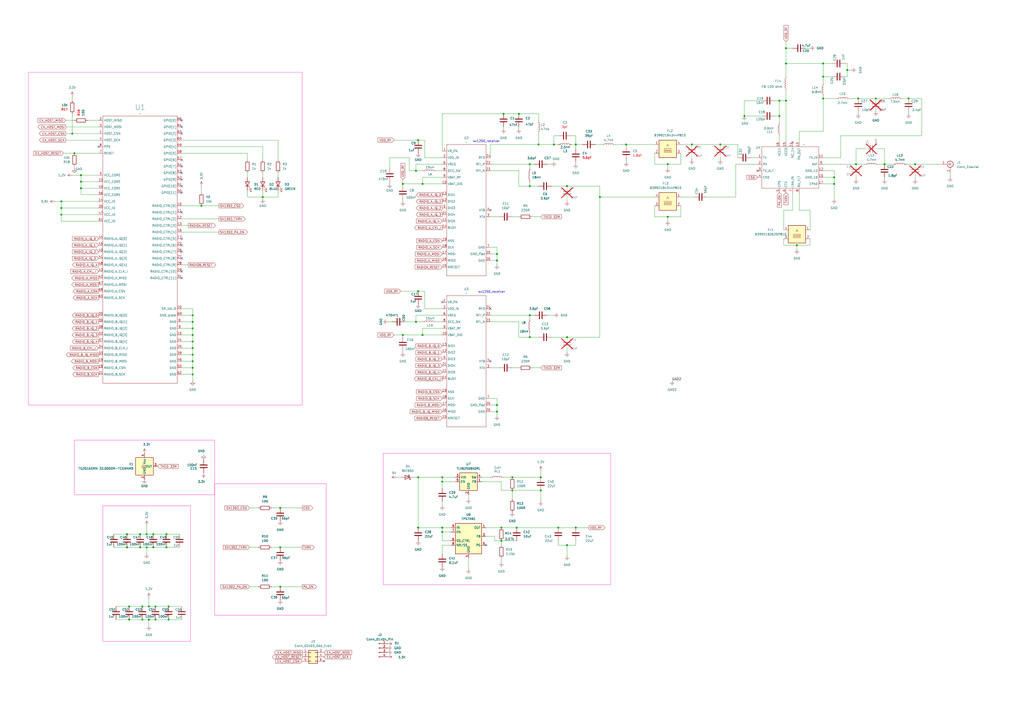
<source format=kicad_sch>
(kicad_sch (version 20250114) (generator "eeschema") (generator_version "9.0")
  (paper "A2")
  (rectangle (start 222.25 262.89) (end 354.33 339.09) (stroke (width 0) (color 255 0 204 1)))
  (rectangle (start 59.69 293.37) (end 110.49 372.11) (stroke (width 0) (color 255 0 204 1)))
  (rectangle (start 124.46 280.67) (end 189.23 356.87) (stroke (width 0) (color 255 0 204 1)))
  (rectangle (start 16.51 41.91) (end 175.26 234.95) (stroke (width 0) (color 255 0 204 1)))
  (rectangle (start 43.18 255.27) (end 124.46 287.02) (stroke (width 0) (color 255 0 204 1)))
  (text "sx1250_receiver" (at 285.242 169.418 0) (effects (font (size 1.27 1.27))))
  (text "sx1250_receiver" (at 282.194 82.042 0) (effects (font (size 1.27 1.27))))
  (junction (at 527.05 57.15))
  (junction (at 312.42 83.82))
  (junction (at 86.36 359.41))
  (junction (at 233.68 106.68))
  (junction (at 455.93 58.42))
  (junction (at 307.34 95.25))
  (junction (at 387.35 125.73))
  (junction (at 111.76 194.31))
  (junction (at 46.99 105.41))
  (junction (at 242.57 276.86))
  (junction (at 35.56 116.84))
  (junction (at 116.84 119.38))
  (junction (at 152.4 114.3))
  (junction (at 290.83 306.07))
  (junction (at 292.1 66.04))
  (junction (at 483.87 102.87))
  (junction (at 297.18 284.48))
  (junction (at 328.93 107.95))
  (junction (at 111.76 198.12))
  (junction (at 81.28 309.88))
  (junction (at 328.93 195.58))
  (junction (at 90.17 359.41))
  (junction (at 241.3 99.06))
  (junction (at 162.56 340.36))
  (junction (at 300.99 66.04))
  (junction (at 85.09 317.5))
  (junction (at 73.66 317.5))
  (junction (at 328.93 316.23))
  (junction (at 88.9 317.5))
  (junction (at 97.79 359.41))
  (junction (at 245.11 194.31))
  (junction (at 455.93 36.83))
  (junction (at 321.31 83.82))
  (junction (at 111.76 205.74))
  (junction (at 347.98 114.3))
  (junction (at 74.93 351.79))
  (junction (at 323.85 306.07))
  (junction (at 86.36 351.79))
  (junction (at 242.57 81.28))
  (junction (at 334.01 306.07))
  (junction (at 497.84 57.15))
  (junction (at 81.28 317.5))
  (junction (at 483.87 106.68))
  (junction (at 111.76 201.93))
  (junction (at 477.52 36.83))
  (junction (at 455.93 27.94))
  (junction (at 477.52 57.15))
  (junction (at 288.29 151.13))
  (junction (at 491.49 40.64))
  (junction (at 299.72 306.07))
  (junction (at 111.76 186.69))
  (junction (at 73.66 309.88))
  (junction (at 233.68 194.31))
  (junction (at 162.56 294.64))
  (junction (at 256.54 279.4))
  (junction (at 313.69 284.48))
  (junction (at 41.91 77.47))
  (junction (at 288.29 147.32))
  (junction (at 462.28 142.24))
  (junction (at 313.69 276.86))
  (junction (at 452.12 58.42))
  (junction (at 431.8 67.31))
  (junction (at 90.17 351.79))
  (junction (at 288.29 234.95))
  (junction (at 111.76 217.17))
  (junction (at 35.56 120.65))
  (junction (at 111.76 182.88))
  (junction (at 513.08 95.25))
  (junction (at 43.18 88.9))
  (junction (at 496.57 95.25))
  (junction (at 111.76 213.36))
  (junction (at 417.83 83.82))
  (junction (at 477.52 44.45))
  (junction (at 307.34 107.95))
  (junction (at 242.57 306.07))
  (junction (at 88.9 309.88))
  (junction (at 74.93 359.41))
  (junction (at 245.11 106.68))
  (junction (at 82.55 359.41))
  (junction (at 508 57.15))
  (junction (at 162.56 317.5))
  (junction (at 363.22 83.82))
  (junction (at 307.34 182.88))
  (junction (at 452.12 67.31))
  (junction (at 96.52 317.5))
  (junction (at 256.54 308.61))
  (junction (at 297.18 276.86))
  (junction (at 111.76 209.55))
  (junction (at 334.01 83.82))
  (junction (at 242.57 168.91))
  (junction (at 256.54 276.86))
  (junction (at 82.55 351.79))
  (junction (at 256.54 306.07))
  (junction (at 85.09 309.88))
  (junction (at 46.99 109.22))
  (junction (at 307.34 195.58))
  (junction (at 97.79 351.79))
  (junction (at 401.32 83.82))
  (junction (at 387.35 95.25))
  (junction (at 241.3 186.69))
  (junction (at 96.52 309.88))
  (junction (at 530.86 95.25))
  (junction (at 290.83 313.69))
  (junction (at 35.56 124.46))
  (junction (at 111.76 190.5))
  (junction (at 288.29 238.76))
  (junction (at 46.99 101.6))
  (no_connect (at 105.41 69.85))
  (no_connect (at 256.54 175.26))
  (no_connect (at 284.48 121.92))
  (no_connect (at 459.74 82.55))
  (no_connect (at 105.41 149.86))
  (no_connect (at 105.41 100.33))
  (no_connect (at 105.41 157.48))
  (no_connect (at 105.41 146.05))
  (no_connect (at 105.41 92.71))
  (no_connect (at 281.94 316.23))
  (no_connect (at 187.96 383.54))
  (no_connect (at 284.48 179.07))
  (no_connect (at 284.48 209.55))
  (no_connect (at 105.41 161.29))
  (no_connect (at 105.41 107.95))
  (no_connect (at 57.15 85.09))
  (no_connect (at 105.41 142.24))
  (no_connect (at 105.41 104.14))
  (no_connect (at 439.42 99.06))
  (no_connect (at 105.41 111.76))
  (no_connect (at 105.41 96.52))
  (no_connect (at 105.41 73.66))
  (no_connect (at 105.41 123.19))
  (no_connect (at 105.41 138.43))
  (no_connect (at 105.41 77.47))
  (wire (pts (xy 387.35 125.73) (xy 394.97 125.73)))
  (wire (pts (xy 290.83 279.4) (xy 290.83 284.48)))
  (wire (pts (xy 363.22 83.82) (xy 379.73 83.82)))
  (wire (pts (xy 88.9 317.5) (xy 96.52 317.5)))
  (wire (pts (xy 256.54 308.61) (xy 256.54 306.07)))
  (wire (pts (xy 105.41 213.36) (xy 111.76 213.36)))
  (wire (pts (xy 242.57 168.91) (xy 246.38 168.91)))
  (wire (pts (xy 105.41 205.74) (xy 111.76 205.74)))
  (wire (pts (xy 252.73 99.06) (xy 256.54 99.06)))
  (wire (pts (xy 300.99 107.95) (xy 307.34 107.95)))
  (wire (pts (xy 307.34 107.95) (xy 307.34 105.41)))
  (wire (pts (xy 90.17 351.79) (xy 97.79 351.79)))
  (wire (pts (xy 105.41 85.09) (xy 152.4 85.09)))
  (wire (pts (xy 435.61 91.44) (xy 439.42 91.44)))
  (wire (pts (xy 228.6 81.28) (xy 242.57 81.28)))
  (wire (pts (xy 284.48 83.82) (xy 284.48 91.44)))
  (wire (pts (xy 477.52 36.83) (xy 477.52 44.45)))
  (wire (pts (xy 494.03 40.64) (xy 491.49 40.64)))
  (wire (pts (xy 321.31 78.74) (xy 323.85 78.74)))
  (wire (pts (xy 328.93 107.95) (xy 347.98 107.95)))
  (wire (pts (xy 307.34 95.25) (xy 307.34 97.79)))
  (wire (pts (xy 284.48 182.88) (xy 307.34 182.88)))
  (wire (pts (xy 328.93 316.23) (xy 334.01 316.23)))
  (wire (pts (xy 426.72 95.25) (xy 439.42 95.25)))
  (wire (pts (xy 105.41 217.17) (xy 111.76 217.17)))
  (wire (pts (xy 455.93 27.94) (xy 459.74 27.94)))
  (wire (pts (xy 394.97 95.25) (xy 394.97 88.9)))
  (wire (pts (xy 334.01 78.74) (xy 334.01 83.82)))
  (wire (pts (xy 487.68 91.44) (xy 477.52 91.44)))
  (wire (pts (xy 281.94 311.15) (xy 287.02 311.15)))
  (wire (pts (xy 477.52 106.68) (xy 483.87 106.68)))
  (wire (pts (xy 496.57 86.36) (xy 496.57 95.25)))
  (wire (pts (xy 387.35 95.25) (xy 394.97 95.25)))
  (wire (pts (xy 290.83 313.69) (xy 290.83 316.23)))
  (wire (pts (xy 256.54 316.23) (xy 256.54 321.31)))
  (wire (pts (xy 38.1 69.85) (xy 43.18 69.85)))
  (wire (pts (xy 229.87 276.86) (xy 232.41 276.86)))
  (wire (pts (xy 81.28 309.88) (xy 85.09 309.88)))
  (wire (pts (xy 426.72 114.3) (xy 426.72 95.25)))
  (wire (pts (xy 452.12 58.42) (xy 455.93 58.42)))
  (wire (pts (xy 143.51 110.49) (xy 143.51 114.3)))
  (wire (pts (xy 245.11 99.06) (xy 241.3 99.06)))
  (wire (pts (xy 57.15 120.65) (xy 35.56 120.65)))
  (wire (pts (xy 144.78 317.5) (xy 149.86 317.5)))
  (wire (pts (xy 85.09 304.8) (xy 85.09 309.88)))
  (wire (pts (xy 307.34 95.25) (xy 309.88 95.25)))
  (wire (pts (xy 105.41 194.31) (xy 111.76 194.31)))
  (wire (pts (xy 57.15 101.6) (xy 46.99 101.6)))
  (wire (pts (xy 463.55 76.2) (xy 463.55 82.55)))
  (wire (pts (xy 321.31 83.82) (xy 323.85 83.82)))
  (wire (pts (xy 46.99 113.03) (xy 46.99 109.22)))
  (wire (pts (xy 86.36 359.41) (xy 90.17 359.41)))
  (wire (pts (xy 234.95 186.69) (xy 241.3 186.69)))
  (wire (pts (xy 66.04 317.5) (xy 73.66 317.5)))
  (wire (pts (xy 449.58 67.31) (xy 452.12 67.31)))
  (wire (pts (xy 73.66 317.5) (xy 81.28 317.5)))
  (wire (pts (xy 256.54 290.83) (xy 256.54 293.37)))
  (wire (pts (xy 401.32 92.71) (xy 401.32 91.44)))
  (wire (pts (xy 57.15 116.84) (xy 35.56 116.84)))
  (wire (pts (xy 312.42 69.85) (xy 312.42 66.04)))
  (wire (pts (xy 256.54 182.88) (xy 241.3 182.88)))
  (wire (pts (xy 379.73 119.38) (xy 379.73 125.73)))
  (wire (pts (xy 111.76 209.55) (xy 111.76 213.36)))
  (wire (pts (xy 455.93 36.83) (xy 477.52 36.83)))
  (wire (pts (xy 313.69 273.05) (xy 313.69 276.86)))
  (wire (pts (xy 271.78 287.02) (xy 271.78 289.56)))
  (wire (pts (xy 143.51 88.9) (xy 143.51 92.71)))
  (wire (pts (xy 38.1 81.28) (xy 57.15 81.28)))
  (wire (pts (xy 256.54 276.86) (xy 264.16 276.86)))
  (wire (pts (xy 284.48 234.95) (xy 288.29 234.95)))
  (wire (pts (xy 483.87 102.87) (xy 483.87 106.68)))
  (wire (pts (xy 111.76 198.12) (xy 111.76 201.93)))
  (wire (pts (xy 455.93 24.13) (xy 455.93 27.94)))
  (wire (pts (xy 431.8 67.31) (xy 441.96 67.31)))
  (wire (pts (xy 469.9 121.92) (xy 463.55 121.92)))
  (wire (pts (xy 161.29 81.28) (xy 161.29 92.71)))
  (wire (pts (xy 477.52 99.06) (xy 483.87 99.06)))
  (wire (pts (xy 67.31 359.41) (xy 74.93 359.41)))
  (wire (pts (xy 431.8 58.42) (xy 441.96 58.42)))
  (wire (pts (xy 483.87 99.06) (xy 483.87 102.87)))
  (wire (pts (xy 508 57.15) (xy 515.62 57.15)))
  (wire (pts (xy 347.98 114.3) (xy 347.98 195.58)))
  (wire (pts (xy 74.93 359.41) (xy 82.55 359.41)))
  (wire (pts (xy 261.62 316.23) (xy 256.54 316.23)))
  (wire (pts (xy 347.98 114.3) (xy 379.73 114.3)))
  (wire (pts (xy 477.52 55.88) (xy 477.52 57.15)))
  (wire (pts (xy 157.48 317.5) (xy 162.56 317.5)))
  (wire (pts (xy 157.48 340.36) (xy 162.56 340.36)))
  (wire (pts (xy 162.56 340.36) (xy 175.26 340.36)))
  (wire (pts (xy 527.05 64.77) (xy 527.05 66.04)))
  (wire (pts (xy 245.11 186.69) (xy 241.3 186.69)))
  (wire (pts (xy 227.33 186.69) (xy 224.79 186.69)))
  (wire (pts (xy 152.4 85.09) (xy 152.4 92.71)))
  (wire (pts (xy 105.41 81.28) (xy 161.29 81.28)))
  (wire (pts (xy 232.41 168.91) (xy 242.57 168.91)))
  (wire (pts (xy 491.49 36.83) (xy 490.22 36.83)))
  (wire (pts (xy 157.48 294.64) (xy 162.56 294.64)))
  (wire (pts (xy 334.01 83.82) (xy 334.01 86.36)))
  (wire (pts (xy 256.54 95.25) (xy 241.3 95.25)))
  (wire (pts (xy 241.3 99.06) (xy 237.49 99.06)))
  (wire (pts (xy 477.52 44.45) (xy 482.6 44.45)))
  (wire (pts (xy 41.91 66.04) (xy 41.91 77.47)))
  (wire (pts (xy 105.41 198.12) (xy 111.76 198.12)))
  (wire (pts (xy 308.61 125.73) (xy 313.69 125.73)))
  (wire (pts (xy 323.85 316.23) (xy 328.93 316.23)))
  (wire (pts (xy 43.18 88.9) (xy 57.15 88.9)))
  (wire (pts (xy 513.08 95.25) (xy 518.16 95.25)))
  (wire (pts (xy 242.57 276.86) (xy 256.54 276.86)))
  (wire (pts (xy 452.12 71.12) (xy 452.12 67.31)))
  (wire (pts (xy 85.09 317.5) (xy 85.09 321.31)))
  (wire (pts (xy 313.69 284.48) (xy 313.69 290.83)))
  (wire (pts (xy 477.52 76.2) (xy 477.52 57.15)))
  (wire (pts (xy 233.68 195.58) (xy 233.68 194.31)))
  (wire (pts (xy 105.41 119.38) (xy 116.84 119.38)))
  (wire (pts (xy 523.24 57.15) (xy 527.05 57.15)))
  (wire (pts (xy 66.04 309.88) (xy 73.66 309.88)))
  (wire (pts (xy 334.01 306.07) (xy 341.63 306.07)))
  (wire (pts (xy 245.11 190.5) (xy 245.11 194.31)))
  (wire (pts (xy 410.21 114.3) (xy 426.72 114.3)))
  (wire (pts (xy 233.68 106.68) (xy 245.11 106.68)))
  (wire (pts (xy 483.87 106.68) (xy 483.87 115.57)))
  (wire (pts (xy 356.87 83.82) (xy 363.22 83.82)))
  (wire (pts (xy 477.52 48.26) (xy 477.52 44.45)))
  (wire (pts (xy 271.78 323.85) (xy 271.78 330.2)))
  (wire (pts (xy 111.76 205.74) (xy 111.76 209.55)))
  (wire (pts (xy 463.55 121.92) (xy 463.55 111.76)))
  (wire (pts (xy 530.86 104.14) (xy 530.86 102.87)))
  (wire (pts (xy 161.29 100.33) (xy 161.29 102.87)))
  (wire (pts (xy 288.29 231.14) (xy 288.29 234.95)))
  (wire (pts (xy 477.52 95.25) (xy 496.57 95.25)))
  (wire (pts (xy 226.06 105.41) (xy 226.06 106.68)))
  (wire (pts (xy 246.38 91.44) (xy 246.38 81.28)))
  (wire (pts (xy 387.35 125.73) (xy 387.35 128.27)))
  (wire (pts (xy 452.12 78.74) (xy 452.12 82.55)))
  (wire (pts (xy 334.01 83.82) (xy 337.82 83.82)))
  (wire (pts (xy 459.74 111.76) (xy 459.74 121.92)))
  (wire (pts (xy 534.67 78.74) (xy 487.68 78.74)))
  (wire (pts (xy 513.08 104.14) (xy 513.08 102.87)))
  (wire (pts (xy 469.9 133.35) (xy 469.9 121.92)))
  (wire (pts (xy 41.91 77.47) (xy 57.15 77.47)))
  (wire (pts (xy 161.29 110.49) (xy 161.29 114.3)))
  (wire (pts (xy 487.68 78.74) (xy 487.68 91.44)))
  (wire (pts (xy 46.99 109.22) (xy 46.99 105.41)))
  (wire (pts (xy 105.41 127) (xy 127 127)))
  (wire (pts (xy 290.83 323.85) (xy 290.83 326.39)))
  (wire (pts (xy 509.27 95.25) (xy 513.08 95.25)))
  (wire (pts (xy 320.04 107.95) (xy 328.93 107.95)))
  (wire (pts (xy 401.32 83.82) (xy 417.83 83.82)))
  (wire (pts (xy 242.57 306.07) (xy 256.54 306.07)))
  (wire (pts (xy 463.55 76.2) (xy 477.52 76.2)))
  (wire (pts (xy 241.3 182.88) (xy 241.3 186.69)))
  (wire (pts (xy 111.76 194.31) (xy 111.76 198.12)))
  (wire (pts (xy 292.1 276.86) (xy 297.18 276.86)))
  (wire (pts (xy 105.41 201.93) (xy 111.76 201.93)))
  (wire (pts (xy 513.08 86.36) (xy 513.08 95.25)))
  (wire (pts (xy 501.65 86.36) (xy 496.57 86.36)))
  (wire (pts (xy 86.36 359.41) (xy 86.36 363.22)))
  (wire (pts (xy 492.76 57.15) (xy 497.84 57.15)))
  (wire (pts (xy 394.97 119.38) (xy 394.97 125.73)))
  (wire (pts (xy 334.01 78.74) (xy 331.47 78.74)))
  (wire (pts (xy 105.41 209.55) (xy 111.76 209.55)))
  (wire (pts (xy 454.66 142.24) (xy 462.28 142.24)))
  (wire (pts (xy 491.49 44.45) (xy 490.22 44.45)))
  (wire (pts (xy 105.41 186.69) (xy 111.76 186.69)))
  (wire (pts (xy 256.54 279.4) (xy 256.54 276.86)))
  (wire (pts (xy 41.91 55.88) (xy 41.91 58.42)))
  (wire (pts (xy 284.48 125.73) (xy 289.56 125.73)))
  (wire (pts (xy 307.34 182.88) (xy 309.88 182.88)))
  (wire (pts (xy 312.42 66.04) (xy 300.99 66.04)))
  (wire (pts (xy 477.52 57.15) (xy 485.14 57.15)))
  (wire (pts (xy 462.28 142.24) (xy 469.9 142.24)))
  (wire (pts (xy 281.94 306.07) (xy 290.83 306.07)))
  (wire (pts (xy 459.74 121.92) (xy 454.66 121.92)))
  (wire (pts (xy 363.22 92.71) (xy 363.22 93.98)))
  (wire (pts (xy 57.15 124.46) (xy 35.56 124.46)))
  (wire (pts (xy 81.28 317.5) (xy 85.09 317.5)))
  (wire (pts (xy 245.11 102.87) (xy 245.11 106.68)))
  (wire (pts (xy 307.34 195.58) (xy 312.42 195.58)))
  (wire (pts (xy 152.4 115.57) (xy 152.4 114.3)))
  (wire (pts (xy 82.55 359.41) (xy 86.36 359.41)))
  (wire (pts (xy 143.51 114.3) (xy 152.4 114.3)))
  (wire (pts (xy 284.48 147.32) (xy 288.29 147.32)))
  (wire (pts (xy 525.78 95.25) (xy 530.86 95.25)))
  (wire (pts (xy 455.93 52.07) (xy 455.93 58.42)))
  (wire (pts (xy 256.54 91.44) (xy 246.38 91.44)))
  (wire (pts (xy 35.56 120.65) (xy 35.56 116.84)))
  (wire (pts (xy 256.54 306.07) (xy 261.62 306.07)))
  (wire (pts (xy 105.41 88.9) (xy 143.51 88.9)))
  (wire (pts (xy 527.05 57.15) (xy 534.67 57.15)))
  (wire (pts (xy 111.76 217.17) (xy 111.76 220.98)))
  (wire (pts (xy 300.99 195.58) (xy 300.99 186.69)))
  (wire (pts (xy 57.15 113.03) (xy 46.99 113.03)))
  (wire (pts (xy 394.97 83.82) (xy 401.32 83.82)))
  (wire (pts (xy 105.41 179.07) (xy 111.76 179.07)))
  (wire (pts (xy 144.78 340.36) (xy 149.86 340.36)))
  (wire (pts (xy 67.31 351.79) (xy 74.93 351.79)))
  (wire (pts (xy 452.12 67.31) (xy 452.12 58.42)))
  (wire (pts (xy 379.73 95.25) (xy 387.35 95.25)))
  (wire (pts (xy 35.56 120.65) (xy 35.56 124.46)))
  (wire (pts (xy 284.48 186.69) (xy 300.99 186.69)))
  (wire (pts (xy 152.4 100.33) (xy 152.4 102.87)))
  (wire (pts (xy 111.76 190.5) (xy 111.76 194.31)))
  (wire (pts (xy 35.56 124.46) (xy 35.56 128.27)))
  (wire (pts (xy 256.54 179.07) (xy 246.38 179.07)))
  (wire (pts (xy 469.9 138.43) (xy 469.9 142.24)))
  (wire (pts (xy 379.73 88.9) (xy 379.73 95.25)))
  (wire (pts (xy 242.57 276.86) (xy 242.57 306.07)))
  (wire (pts (xy 256.54 308.61) (xy 261.62 308.61)))
  (wire (pts (xy 256.54 87.63) (xy 256.54 66.04)))
  (wire (pts (xy 387.35 95.25) (xy 387.35 97.79)))
  (wire (pts (xy 297.18 125.73) (xy 300.99 125.73)))
  (wire (pts (xy 417.83 92.71) (xy 417.83 91.44)))
  (wire (pts (xy 454.66 138.43) (xy 454.66 142.24)))
  (wire (pts (xy 455.93 36.83) (xy 455.93 44.45)))
  (wire (pts (xy 284.48 231.14) (xy 288.29 231.14)))
  (wire (pts (xy 328.93 204.47) (xy 328.93 203.2)))
  (wire (pts (xy 256.54 102.87) (xy 245.11 102.87)))
  (wire (pts (xy 491.49 40.64) (xy 491.49 44.45)))
  (wire (pts (xy 328.93 316.23) (xy 328.93 322.58)))
  (wire (pts (xy 233.68 104.14) (xy 233.68 106.68)))
  (wire (pts (xy 509.27 86.36) (xy 513.08 86.36)))
  (wire (pts (xy 297.18 284.48) (xy 313.69 284.48)))
  (wire (pts (xy 97.79 351.79) (xy 105.41 351.79)))
  (wire (pts (xy 300.99 99.06) (xy 284.48 99.06)))
  (wire (pts (xy 288.29 151.13) (xy 288.29 153.67)))
  (wire (pts (xy 228.6 194.31) (xy 233.68 194.31)))
  (wire (pts (xy 226.06 91.44) (xy 237.49 91.44)))
  (wire (pts (xy 323.85 313.69) (xy 323.85 316.23)))
  (wire (pts (xy 292.1 66.04) (xy 300.99 66.04)))
  (wire (pts (xy 297.18 276.86) (xy 313.69 276.86)))
  (wire (pts (xy 288.29 234.95) (xy 288.29 238.76)))
  (wire (pts (xy 551.18 100.33) (xy 551.18 102.87)))
  (wire (pts (xy 455.93 27.94) (xy 455.93 36.83)))
  (wire (pts (xy 105.41 134.62) (xy 127 134.62)))
  (wire (pts (xy 307.34 182.88) (xy 307.34 185.42)))
  (wire (pts (xy 328.93 116.84) (xy 328.93 115.57)))
  (wire (pts (xy 328.93 195.58) (xy 347.98 195.58)))
  (wire (pts (xy 38.1 73.66) (xy 57.15 73.66)))
  (wire (pts (xy 152.4 114.3) (xy 161.29 114.3)))
  (wire (pts (xy 88.9 309.88) (xy 96.52 309.88)))
  (wire (pts (xy 41.91 101.6) (xy 46.99 101.6)))
  (wire (pts (xy 300.99 107.95) (xy 300.99 99.06)))
  (wire (pts (xy 284.48 83.82) (xy 312.42 83.82)))
  (wire (pts (xy 256.54 313.69) (xy 256.54 308.61)))
  (wire (pts (xy 111.76 182.88) (xy 111.76 186.69)))
  (wire (pts (xy 307.34 195.58) (xy 307.34 193.04)))
  (wire (pts (xy 482.6 36.83) (xy 477.52 36.83)))
  (wire (pts (xy 105.41 190.5) (xy 111.76 190.5)))
  (wire (pts (xy 82.55 351.79) (xy 86.36 351.79)))
  (wire (pts (xy 284.48 151.13) (xy 288.29 151.13)))
  (wire (pts (xy 312.42 77.47) (xy 312.42 83.82)))
  (wire (pts (xy 233.68 194.31) (xy 245.11 194.31)))
  (wire (pts (xy 417.83 83.82) (xy 427.99 83.82)))
  (wire (pts (xy 347.98 114.3) (xy 347.98 107.95)))
  (wire (pts (xy 85.09 317.5) (xy 88.9 317.5)))
  (wire (pts (xy 226.06 97.79) (xy 226.06 91.44)))
  (wire (pts (xy 43.18 97.79) (xy 43.18 96.52)))
  (wire (pts (xy 111.76 213.36) (xy 111.76 217.17)))
  (wire (pts (xy 105.41 130.81) (xy 109.22 130.81)))
  (wire (pts (xy 38.1 77.47) (xy 41.91 77.47)))
  (wire (pts (xy 449.58 58.42) (xy 452.12 58.42)))
  (wire (pts (xy 379.73 125.73) (xy 387.35 125.73)))
  (wire (pts (xy 284.48 238.76) (xy 288.29 238.76)))
  (wire (pts (xy 264.16 279.4) (xy 256.54 279.4)))
  (wire (pts (xy 90.17 359.41) (xy 97.79 359.41)))
  (wire (pts (xy 96.52 309.88) (xy 104.14 309.88)))
  (wire (pts (xy 455.93 58.42) (xy 455.93 82.55)))
  (wire (pts (xy 320.04 195.58) (xy 328.93 195.58)))
  (wire (pts (xy 57.15 105.41) (xy 46.99 105.41)))
  (wire (pts (xy 288.29 143.51) (xy 288.29 147.32)))
  (wire (pts (xy 427.99 91.44) (xy 427.99 83.82)))
  (wire (pts (xy 284.48 213.36) (xy 289.56 213.36)))
  (wire (pts (xy 279.4 276.86) (xy 284.48 276.86)))
  (wire (pts (xy 233.68 107.95) (xy 233.68 106.68)))
  (wire (pts (xy 462.28 142.24) (xy 462.28 144.78)))
  (wire (pts (xy 242.57 81.28) (xy 246.38 81.28)))
  (wire (pts (xy 431.8 58.42) (xy 431.8 67.31)))
  (wire (pts (xy 241.3 95.25) (xy 241.3 99.06)))
  (wire (pts (xy 317.5 182.88) (xy 321.31 182.88)))
  (wire (pts (xy 245.11 106.68) (xy 256.54 106.68)))
  (wire (pts (xy 297.18 284.48) (xy 297.18 289.56)))
  (wire (pts (xy 256.54 190.5) (xy 245.11 190.5)))
  (wire (pts (xy 245.11 194.31) (xy 256.54 194.31)))
  (wire (pts (xy 496.57 95.25) (xy 501.65 95.25)))
  (wire (pts (xy 287.02 311.15) (xy 287.02 313.69)))
  (wire (pts (xy 334.01 316.23) (xy 334.01 313.69)))
  (wire (pts (xy 256.54 283.21) (xy 256.54 279.4)))
  (wire (pts (xy 467.36 27.94) (xy 469.9 27.94)))
  (wire (pts (xy 299.72 306.07) (xy 323.85 306.07)))
  (wire (pts (xy 534.67 57.15) (xy 534.67 78.74)))
  (wire (pts (xy 111.76 179.07) (xy 111.76 182.88)))
  (wire (pts (xy 74.93 351.79) (xy 82.55 351.79)))
  (wire (pts (xy 96.52 317.5) (xy 104.14 317.5)))
  (wire (pts (xy 35.56 116.84) (xy 31.75 116.84)))
  (wire (pts (xy 491.49 40.64) (xy 491.49 36.83)))
  (wire (pts (xy 300.99 73.66) (xy 300.99 74.93)))
  (wire (pts (xy 36.83 88.9) (xy 43.18 88.9)))
  (wire (pts (xy 363.22 83.82) (xy 363.22 85.09)))
  (wire (pts (xy 86.36 346.71) (xy 86.36 351.79)))
  (wire (pts (xy 116.84 111.76) (xy 116.84 107.95)))
  (wire (pts (xy 297.18 213.36) (xy 300.99 213.36)))
  (wire (pts (xy 345.44 83.82) (xy 349.25 83.82)))
  (wire (pts (xy 50.8 69.85) (xy 57.15 69.85)))
  (wire (pts (xy 323.85 306.07) (xy 334.01 306.07)))
  (wire (pts (xy 246.38 179.07) (xy 246.38 168.91)))
  (wire (pts (xy 288.29 238.76) (xy 288.29 241.3)))
  (wire (pts (xy 105.41 182.88) (xy 111.76 182.88)))
  (wire (pts (xy 290.83 279.4) (xy 279.4 279.4)))
  (wire (pts (xy 237.49 91.44) (xy 237.49 99.06)))
  (wire (pts (xy 290.83 313.69) (xy 299.72 313.69)))
  (wire (pts (xy 105.41 153.67) (xy 109.22 153.67)))
  (wire (pts (xy 111.76 186.69) (xy 111.76 190.5)))
  (wire (pts (xy 256.54 66.04) (xy 292.1 66.04)))
  (wire (pts (xy 46.99 105.41) (xy 46.99 101.6)))
  (wire (pts (xy 284.48 95.25) (xy 307.34 95.25)))
  (wire (pts (xy 530.86 95.25) (xy 546.1 95.25)))
  (wire (pts (xy 497.84 66.04) (xy 497.84 64.77)))
  (wire (pts (xy 454.66 121.92) (xy 454.66 133.35)))
  (wire (pts (xy 334.01 83.82) (xy 331.47 83.82)))
  (wire (pts (xy 233.68 203.2) (xy 233.68 204.47)))
  (wire (pts (xy 317.5 95.25) (xy 320.04 95.25)))
  (wire (pts (xy 233.68 115.57) (xy 233.68 116.84)))
  (wire (pts (xy 292.1 73.66) (xy 292.1 74.93)))
  (wire (pts (xy 86.36 351.79) (xy 90.17 351.79)))
  (wire (pts (xy 290.83 284.48) (xy 297.18 284.48)))
  (wire (pts (xy 497.84 57.15) (xy 508 57.15)))
  (wire (pts (xy 477.52 102.87) (xy 483.87 102.87)))
  (wire (pts (xy 240.03 276.86) (xy 242.57 276.86)))
  (wire (pts (xy 97.79 359.41) (xy 105.41 359.41)))
  (wire (pts (xy 73.66 309.88) (xy 81.28 309.88)))
  (wire (pts (xy 57.15 109.22) (xy 46.99 109.22)))
  (wire (pts (xy 284.48 143.51) (xy 288.29 143.51)))
  (wire (pts (xy 111.76 201.93) (xy 111.76 205.74)))
  (wire (pts (xy 312.42 83.82) (xy 321.31 83.82)))
  (wire (pts (xy 162.56 294.64) (xy 175.26 294.64)))
  (wire (pts (xy 307.34 107.95) (xy 312.42 107.95)))
  (wire (pts (xy 57.15 128.27) (xy 35.56 128.27)))
  (wire (pts (xy 300.99 195.58) (xy 307.34 195.58)))
  (wire (pts (xy 261.62 313.69) (xy 256.54 313.69)))
  (wire (pts (xy 85.09 309.88) (xy 88.9 309.88)))
  (wire (pts (xy 394.97 114.3) (xy 402.59 114.3)))
  (wire (pts (xy 308.61 213.36) (xy 313.69 213.36)))
  (wire (pts (xy 496.57 104.14) (xy 496.57 102.87)))
  (wire (pts (xy 162.56 317.5) (xy 175.26 317.5)))
  (wire (pts (xy 290.83 306.07) (xy 299.72 306.07)))
  (wire (pts (xy 144.78 294.64) (xy 149.86 294.64)))
  (wire (pts (xy 321.31 78.74) (xy 321.31 83.82)))
  (wire (pts (xy 252.73 186.69) (xy 256.54 186.69)))
  (wire (pts (xy 143.51 100.33) (xy 143.51 102.87)))
  (wire (pts (xy 288.29 147.32) (xy 288.29 151.13)))
  (wire (pts (xy 287.02 313.69) (xy 290.83 313.69)))
  (wire (pts (xy 334.01 93.98) (xy 334.01 95.25)))
  (wire (pts (xy 152.4 110.49) (xy 152.4 114.3)))
  (wire (pts (xy 116.84 119.38) (xy 127 119.38)))
  (label "GND2" (at 389.89 220.98 0))
  (global_label "PA_ON" (shape input) (at 452.12 111.76 270) (property "Intersheetrefs" "${INTERSHEET_REFS}" (effects (hide yes))))
  (global_label "RADIO_A_IQ_2" (shape output) (at 256.54 120.65 180) (property "Intersheetrefs" "${INTERSHEET_REFS}" (effects (hide yes))))
  (global_label "SX1302_CSD" (shape input) (at 144.78 294.64 180) (property "Intersheetrefs" "${INTERSHEET_REFS}" (effects (hide yes))))
  (global_label "RADIO_B_IQ_3" (shape output) (at 57.15 194.31 180) (property "Intersheetrefs" "${INTERSHEET_REFS}" (effects (hide yes))))
  (global_label "RADIO_B_IQ_MISO" (shape output) (at 57.15 205.74 180) (property "Intersheetrefs" "${INTERSHEET_REFS}" (effects (hide yes))))
  (global_label "VDD_RF" (shape output) (at 341.63 306.07 0) (property "Intersheetrefs" "${INTERSHEET_REFS}" (effects (hide yes))))
  (global_label "VDD_RF" (shape input) (at 228.6 194.31 180) (property "Intersheetrefs" "${INTERSHEET_REFS}" (effects (hide yes))))
  (global_label "PA_ON" (shape output) (at 175.26 340.36 0) (property "Intersheetrefs" "${INTERSHEET_REFS}" (effects (hide yes))))
  (global_label "EX_HOST_RESET" (shape input) (at 36.83 88.9 180) (property "Intersheetrefs" "${INTERSHEET_REFS}" (effects (hide yes))))
  (global_label "TXCO 32M" (shape input) (at 313.69 125.73 0) (property "Intersheetrefs" "${INTERSHEET_REFS}" (effects (hide yes))))
  (global_label "RADIO_B_MOSI" (shape output) (at 57.15 209.55 180) (property "Intersheetrefs" "${INTERSHEET_REFS}" (effects (hide yes))))
  (global_label "RADIO_A_IQ_3" (shape output) (at 256.54 124.46 180) (property "Intersheetrefs" "${INTERSHEET_REFS}" (effects (hide yes))))
  (global_label "RADIO_A_SCK" (shape output) (at 57.15 172.72 180) (property "Intersheetrefs" "${INTERSHEET_REFS}" (effects (hide yes))))
  (global_label "VDD_RF" (shape input) (at 228.6 81.28 180) (property "Intersheetrefs" "${INTERSHEET_REFS}" (effects (hide yes))))
  (global_label "CSD" (shape output) (at 175.26 294.64 0) (property "Intersheetrefs" "${INTERSHEET_REFS}" (effects (hide yes))))
  (global_label "RADIO_B_IQ_3" (shape input) (at 256.54 212.09 180) (property "Intersheetrefs" "${INTERSHEET_REFS}" (effects (hide yes))))
  (global_label "TXCO 32M" (shape input) (at 313.69 213.36 0) (property "Intersheetrefs" "${INTERSHEET_REFS}" (effects (hide yes))))
  (global_label "EX_HOST_MOSI" (shape output) (at 38.1 73.66 180) (property "Intersheetrefs" "${INTERSHEET_REFS}" (effects (hide yes))))
  (global_label "SX1302_CSD" (shape output) (at 127 119.38 0) (property "Intersheetrefs" "${INTERSHEET_REFS}" (effects (hide yes))))
  (global_label "RADIO_A_IQ_4" (shape input) (at 256.54 128.27 180) (property "Intersheetrefs" "${INTERSHEET_REFS}" (effects (hide yes))))
  (global_label "EX_HOST_RESET" (shape output) (at 175.26 381 180) (property "Intersheetrefs" "${INTERSHEET_REFS}" (effects (hide yes))))
  (global_label "RADIO_B_IQ_0" (shape output) (at 57.15 182.88 180) (property "Intersheetrefs" "${INTERSHEET_REFS}" (effects (hide yes))))
  (global_label "RADIO_A_MISO" (shape output) (at 57.15 161.29 180) (property "Intersheetrefs" "${INTERSHEET_REFS}" (effects (hide yes))))
  (global_label "RADIOB_RESET" (shape input) (at 256.54 242.57 180) (property "Intersheetrefs" "${INTERSHEET_REFS}" (effects (hide yes))))
  (global_label "EX_HOST_SCK" (shape output) (at 38.1 81.28 180) (property "Intersheetrefs" "${INTERSHEET_REFS}" (effects (hide yes))))
  (global_label "RADIO_A_CKL_I" (shape input) (at 57.15 157.48 180) (property "Intersheetrefs" "${INTERSHEET_REFS}" (effects (hide yes))))
  (global_label "RADIOA_RESET" (shape output) (at 109.22 130.81 0) (property "Intersheetrefs" "${INTERSHEET_REFS}" (effects (hide yes))))
  (global_label "RADIO_A_IQ_4" (shape output) (at 57.15 153.67 180) (property "Intersheetrefs" "${INTERSHEET_REFS}" (effects (hide yes))))
  (global_label "RADIO_A_CSN" (shape output) (at 57.15 168.91 180) (property "Intersheetrefs" "${INTERSHEET_REFS}" (effects (hide yes))))
  (global_label "RADIO_B_CSN" (shape input) (at 256.54 227.33 180) (property "Intersheetrefs" "${INTERSHEET_REFS}" (effects (hide yes))))
  (global_label "EX_HOST_MOSI" (shape input) (at 187.96 378.46 0) (property "Intersheetrefs" "${INTERSHEET_REFS}" (effects (hide yes))))
  (global_label "RADIO_B_IQ_1" (shape output) (at 57.15 186.69 180) (property "Intersheetrefs" "${INTERSHEET_REFS}" (effects (hide yes))))
  (global_label "TXCO 32M" (shape input) (at 91.44 270.51 0) (property "Intersheetrefs" "${INTERSHEET_REFS}" (effects (hide yes))))
  (global_label "RADIO_B_IQ_MISO" (shape input) (at 256.54 238.76 180) (property "Intersheetrefs" "${INTERSHEET_REFS}" (effects (hide yes))))
  (global_label "RADIO_A_IQ_3" (shape input) (at 57.15 149.86 180) (property "Intersheetrefs" "${INTERSHEET_REFS}" (effects (hide yes))))
  (global_label "EX_HOST_MISO" (shape output) (at 175.26 378.46 180) (property "Intersheetrefs" "${INTERSHEET_REFS}" (effects (hide yes))))
  (global_label "RADIO_B_CKL_I" (shape output) (at 256.54 219.71 180) (property "Intersheetrefs" "${INTERSHEET_REFS}" (effects (hide yes))))
  (global_label "EX_HOST_CSN" (shape output) (at 38.1 77.47 180) (property "Intersheetrefs" "${INTERSHEET_REFS}" (effects (hide yes))))
  (global_label "RADIOA_RESET" (shape input) (at 256.54 154.94 180) (property "Intersheetrefs" "${INTERSHEET_REFS}" (effects (hide yes))))
  (global_label "RADIO_A_IQ_0" (shape output) (at 256.54 113.03 180) (property "Intersheetrefs" "${INTERSHEET_REFS}" (effects (hide yes))))
  (global_label "VDD_RF" (shape input) (at 455.93 24.13 90) (property "Intersheetrefs" "${INTERSHEET_REFS}" (effects (hide yes))))
  (global_label "RADIO_A_IQ_0" (shape input) (at 57.15 138.43 180) (property "Intersheetrefs" "${INTERSHEET_REFS}" (effects (hide yes))))
  (global_label "RADIO_B_SCK" (shape output) (at 57.15 217.17 180) (property "Intersheetrefs" "${INTERSHEET_REFS}" (effects (hide yes))))
  (global_label "VDD_RF" (shape input) (at 233.68 104.14 90) (property "Intersheetrefs" "${INTERSHEET_REFS}" (effects (hide yes))))
  (global_label "TXRX" (shape input) (at 455.93 111.76 270) (property "Intersheetrefs" "${INTERSHEET_REFS}" (effects (hide yes))))
  (global_label "SX1302_PA_ON" (shape output) (at 127 134.62 0) (property "Intersheetrefs" "${INTERSHEET_REFS}" (effects (hide yes))))
  (global_label "EX_HOST_SCK" (shape input) (at 187.96 381 0) (property "Intersheetrefs" "${INTERSHEET_REFS}" (effects (hide yes))))
  (global_label "RADIO_B_IQ_2" (shape input) (at 256.54 208.28 180) (property "Intersheetrefs" "${INTERSHEET_REFS}" (effects (hide yes))))
  (global_label "RADIO_A_MOSI" (shape output) (at 57.15 165.1 180) (property "Intersheetrefs" "${INTERSHEET_REFS}" (effects (hide yes))))
  (global_label "EX_HOST_MISO" (shape input) (at 38.1 69.85 180) (property "Intersheetrefs" "${INTERSHEET_REFS}" (effects (hide yes))))
  (global_label "VDD_RF" (shape input) (at 232.41 168.91 180) (property "Intersheetrefs" "${INTERSHEET_REFS}" (effects (hide yes))))
  (global_label "RADIO_B_IQ_1" (shape input) (at 256.54 204.47 180) (property "Intersheetrefs" "${INTERSHEET_REFS}" (effects (hide yes))))
  (global_label "CSD" (shape input) (at 439.42 102.87 180) (property "Intersheetrefs" "${INTERSHEET_REFS}" (effects (hide yes))))
  (global_label "RADIO_B_IQ_4" (shape input) (at 256.54 215.9 180) (property "Intersheetrefs" "${INTERSHEET_REFS}" (effects (hide yes))))
  (global_label "RADIO_A_MOSI" (shape input) (at 256.54 147.32 180) (property "Intersheetrefs" "${INTERSHEET_REFS}" (effects (hide yes))))
  (global_label "RADIO_A_CSN" (shape input) (at 256.54 139.7 180) (property "Intersheetrefs" "${INTERSHEET_REFS}" (effects (hide yes))))
  (global_label "RADIO_B_IQ_0" (shape input) (at 256.54 200.66 180) (property "Intersheetrefs" "${INTERSHEET_REFS}" (effects (hide yes))))
  (global_label "RADIO_B_MOSI" (shape input) (at 256.54 234.95 180) (property "Intersheetrefs" "${INTERSHEET_REFS}" (effects (hide yes))))
  (global_label "RADIO_A_IQ_1" (shape output) (at 256.54 116.84 180) (property "Intersheetrefs" "${INTERSHEET_REFS}" (effects (hide yes))))
  (global_label "SX1302_PA_ON" (shape input) (at 144.78 340.36 180) (property "Intersheetrefs" "${INTERSHEET_REFS}" (effects (hide yes))))
  (global_label "RADIO_B_CKL_I" (shape input) (at 57.15 201.93 180) (property "Intersheetrefs" "${INTERSHEET_REFS}" (effects (hide yes))))
  (global_label "RADIO_B_IQ_2" (shape output) (at 57.15 190.5 180) (property "Intersheetrefs" "${INTERSHEET_REFS}" (effects (hide yes))))
  (global_label "TXRX" (shape output) (at 175.26 317.5 0) (property "Intersheetrefs" "${INTERSHEET_REFS}" (effects (hide yes))))
  (global_label "RADIO_A_IQ_1" (shape input) (at 57.15 142.24 180) (property "Intersheetrefs" "${INTERSHEET_REFS}" (effects (hide yes))))
  (global_label "SX1302_TXRX" (shape output) (at 127 127 0) (property "Intersheetrefs" "${INTERSHEET_REFS}" (effects (hide yes))))
  (global_label "RADIO_A_IQ_2" (shape input) (at 57.15 146.05 180) (property "Intersheetrefs" "${INTERSHEET_REFS}" (effects (hide yes))))
  (global_label "RADIO_B_CSN" (shape output) (at 57.15 213.36 180) (property "Intersheetrefs" "${INTERSHEET_REFS}" (effects (hide yes))))
  (global_label "SX1302_TXRX" (shape input) (at 144.78 317.5 180) (property "Intersheetrefs" "${INTERSHEET_REFS}" (effects (hide yes))))
  (global_label "EX_HOST_CSN" (shape input) (at 175.26 383.54 180) (property "Intersheetrefs" "${INTERSHEET_REFS}" (effects (hide yes))))
  (global_label "RADIO_A_CKL_I" (shape output) (at 256.54 132.08 180) (property "Intersheetrefs" "${INTERSHEET_REFS}" (effects (hide yes))))
  (global_label "RADIO_A_SCK" (shape input) (at 256.54 143.51 180) (property "Intersheetrefs" "${INTERSHEET_REFS}" (effects (hide yes))))
  (global_label "RADIO_B_IQ_4" (shape output) (at 57.15 198.12 180) (property "Intersheetrefs" "${INTERSHEET_REFS}" (effects (hide yes))))
  (global_label "RADIOB_RESET" (shape output) (at 109.22 153.67 0) (property "Intersheetrefs" "${INTERSHEET_REFS}" (effects (hide yes))))
  (global_label "RADIO_B_SCK" (shape input) (at 256.54 231.14 180) (property "Intersheetrefs" "${INTERSHEET_REFS}" (effects (hide yes))))
  (global_label "RADIO_A_MISO" (shape input) (at 256.54 151.13 180) (property "Intersheetrefs" "${INTERSHEET_REFS}" (effects (hide yes))))
  (symbol (lib_id "Device:C") (at 67.31 355.6 0) (unit 1)
    (property "Reference" "C51" (at 63.246 353.568 0) (effects (justify left)))
    (property "Value" "1uF" (at 62.992 357.632 0) (effects (justify left)))
    (property "Footprint" "Capacitor_SMD:C_0402_1005Metric_Pad0.74x0.62mm_HandSolder" (effects (hide yes)))
    (property "Description" "C0402C105K8PACTU" (effects (hide yes)))
  )
  (symbol (lib_id "Device:C") (at 313.69 95.25 270) (unit 1)
    (property "Reference" "C57" (at 315.722 91.694 90) (effects (justify left)))
    (property "Value" "3.6pF" (at 305.816 91.694 90) (effects (justify left)))
    (property "Footprint" "Capacitor_SMD:C_0402_1005Metric_Pad0.74x0.62mm_HandSolder" (effects (hide yes)))
    (property "Description" "GJM1555C1H3R6BB01D" (effects (hide yes)))
  )
  (symbol (lib_id "power:VCC") (at 85.09 304.8 0) (unit 1)
    (property "Reference" "#PWR057" (effects (hide yes)))
    (property "Value" "3.3V" (at 85.0901 300.99 90) (effects (justify left)))
    (property "Description" "Power symbol creates a global label with name \"VCC\"" (effects (hide yes)))
  )
  (symbol (lib_id "power:Earth") (at 497.84 66.04 0) (unit 1)
    (property "Reference" "#PWR030" (effects (hide yes)))
    (property "Value" "GND" (at 497.84 71.12 0))
    (property "Description" "Power symbol creates a global label with name \"Earth\"" (effects (hide yes)))
  )
  (symbol (lib_id "New_Library:sx1302_1") (at 59.69 67.31 0) (unit 1)
    (property "Reference" "U1" (at 81.28 62.23 0) (effects (font (size 3 3))))
    (property "Value" "~" (at 81.28 66.04 0))
    (property "Footprint" "SX1302:SX1302" (effects (hide yes)))
  )
  (symbol (lib_id "Device:C") (at 162.56 321.31 180) (unit 1)
    (property "Reference" "C37" (at 161.036 323.596 0) (effects (justify left)))
    (property "Value" "56pF" (at 168.402 323.596 0) (effects (justify left)))
    (property "Footprint" "Capacitor_SMD:C_0402_1005Metric_Pad0.74x0.62mm_HandSolder" (effects (hide yes)))
    (property "Description" "CBR04C560F5GAC" (effects (hide yes)))
  )
  (symbol (lib_id "Filter:B39162B8813P810") (at 462.28 135.89 0) (mirror y) (unit 1)
    (property "Reference" "FL1" (at 447.04 133.35 0))
    (property "Value" "B39921B2625P810" (at 447.04 135.89 0))
    (property "Footprint" "Filter:Filter_1411-5_1.4x1.1mm" (effects (hide yes)))
    (property "Datasheet" "https://product.tdk.com/search-template/en/documents/data_sheet/40/ds/mc/B9482.pdf" (effects (hide yes)))
    (property "Description" "B39921B2625P810" (effects (hide yes)))
  )
  (symbol (lib_id "power:Earth") (at 513.08 104.14 0) (unit 1)
    (property "Reference" "#PWR025" (effects (hide yes)))
    (property "Value" "GND" (at 513.08 109.22 0))
    (property "Description" "Power symbol creates a global label with name \"Earth\"" (effects (hide yes)))
  )
  (symbol (lib_id "Device:C") (at 226.06 101.6 0) (unit 1)
    (property "Reference" "C10" (at 220.472 99.314 0) (effects (justify left)))
    (property "Value" "470nF" (at 219.456 103.886 0) (effects (justify left)))
    (property "Footprint" "Capacitor_SMD:C_0402_1005Metric_Pad0.74x0.62mm_HandSolder" (effects (hide yes)))
    (property "Description" "C1005X7S1A474K050BC" (effects (hide yes)))
  )
  (symbol (lib_id "power:Earth") (at 496.57 104.14 0) (unit 1)
    (property "Reference" "#PWR024" (effects (hide yes)))
    (property "Value" "GND" (at 496.57 109.22 0))
    (property "Description" "Power symbol creates a global label with name \"Earth\"" (effects (hide yes)))
  )
  (symbol (lib_id "power:Earth") (at 328.93 204.47 0) (unit 1)
    (property "Reference" "#PWR016" (effects (hide yes)))
    (property "Value" "GND" (at 328.93 209.55 0))
    (property "Description" "Power symbol creates a global label with name \"Earth\"" (effects (hide yes)))
  )
  (symbol (lib_id "power:Earth") (at 288.29 241.3 0) (unit 1)
    (property "Reference" "#PWR014" (effects (hide yes)))
    (property "Value" "GND" (at 288.29 246.38 0))
    (property "Description" "Power symbol creates a global label with name \"Earth\"" (effects (hide yes)))
  )
  (symbol (lib_id "Device:C") (at 162.56 344.17 180) (unit 1)
    (property "Reference" "C36" (at 161.036 346.456 0) (effects (justify left)))
    (property "Value" "56pF" (at 168.148 346.71 0) (effects (justify left)))
    (property "Footprint" "Capacitor_SMD:C_0402_1005Metric_Pad0.74x0.62mm_HandSolder" (effects (hide yes)))
    (property "Description" "CBR04C560F5GAC" (effects (hide yes)))
  )
  (symbol (lib_id "power:Earth") (at 233.68 204.47 0) (unit 1)
    (property "Reference" "#PWR018" (effects (hide yes)))
    (property "Value" "GND" (at 233.68 209.55 0))
    (property "Description" "Power symbol creates a global label with name \"Earth\"" (effects (hide yes)))
  )
  (symbol (lib_id "Device:C") (at 530.86 99.06 0) (unit 1) (dnp yes)
    (property "Reference" "C23" (at 532.384 96.774 0) (effects (justify left)))
    (property "Value" "DNP" (at 532.892 101.854 0) (effects (justify left)))
    (property "Footprint" "Capacitor_SMD:C_0402_1005Metric_Pad0.74x0.62mm_HandSolder" (effects (hide yes)))
    (property "Description" "Unpolarized capacitor" (effects (hide yes)))
  )
  (symbol (lib_id "Regulator_Switching:TLV62568ADRL") (at 271.78 279.4 0) (unit 1)
    (property "Reference" "U7" (at 271.78 269.24 0))
    (property "Value" "TLV62568ADRL" (at 271.78 271.78 0))
    (property "Footprint" "Package_TO_SOT_SMD:SOT-563" (effects (hide yes)))
    (property "Datasheet" "https://www.ti.com/lit/gpn/tlv62568a" (effects (hide yes)))
    (property "Description" "High Efficiency Synchronous Buck Converter with forced PWM, Adjustable Output 0.6V-5.5V, 1A, SOT-563-6" (effects (hide yes)))
  )
  (symbol (lib_id "Device:R") (at 290.83 320.04 180) (unit 1)
    (property "Reference" "R15" (at 293.37 318.7699 0) (effects (justify right)))
    (property "Value" "1.15k" (at 293.37 321.3099 0) (effects (justify right)))
    (property "Footprint" "Resistor_SMD:R_0402_1005Metric_Pad0.72x0.64mm_HandSolder" (effects (hide yes)))
    (property "Description" "RC0402FR-071K15L" (effects (hide yes)))
  )
  (symbol (lib_id "Device:C") (at 73.66 313.69 0) (unit 1)
    (property "Reference" "C46" (at 69.596 311.658 0) (effects (justify left)))
    (property "Value" "100nF" (at 67.564 315.722 0) (effects (justify left)))
    (property "Footprint" "Capacitor_SMD:C_0402_1005Metric_Pad0.74x0.62mm_HandSolder" (effects (hide yes)))
    (property "Description" "C0402C104K8RACTU" (effects (hide yes)))
  )
  (symbol (lib_id "power:Earth") (at 363.22 93.98 0) (unit 1)
    (property "Reference" "#PWR07" (effects (hide yes)))
    (property "Value" "GND" (at 363.22 99.06 0))
    (property "Description" "Power symbol creates a global label with name \"Earth\"" (effects (hide yes)))
  )
  (symbol (lib_id "Device:C") (at 486.41 44.45 90) (unit 1)
    (property "Reference" "C25" (at 482.6 48.768 0) (effects (justify left)))
    (property "Value" "33pF" (at 489.712 49.53 0) (effects (justify left)))
    (property "Footprint" "Capacitor_SMD:C_0402_1005Metric_Pad0.74x0.62mm_HandSolder" (effects (hide yes)))
    (property "Description" "GRM1555C1H330JA01" (effects (hide yes)))
  )
  (symbol (lib_id "power:Earth") (at 328.93 322.58 0) (unit 1)
    (property "Reference" "#PWR052" (effects (hide yes)))
    (property "Value" "GND" (at 328.93 327.66 0))
    (property "Description" "Power symbol creates a global label with name \"Earth\"" (effects (hide yes)))
  )
  (symbol (lib_id "Diode:BAT60A") (at 236.22 276.86 180) (unit 1)
    (property "Reference" "D4" (at 236.5375 270.51 0))
    (property "Value" "BAT60A" (at 236.5375 273.05 0))
    (property "Footprint" "Diode_SMD:D_SOD-323" (effects (hide yes)))
    (property "Datasheet" "https://www.infineon.com/dgdl/Infineon-BAT60ASERIES-DS-v01_01-en.pdf?fileId=db3a304313d846880113def70c9304a9" (effects (hide yes)))
    (property "Description" "10V 3A High Current Recitifier Schottky Diode, SOD-323" (effects (hide yes)))
  )
  (symbol (lib_id "Device:L") (at 353.06 83.82 90) (unit 1)
    (property "Reference" "L4" (at 353.06 78.74 90))
    (property "Value" "4.7nH" (at 353.06 81.28 90))
    (property "Footprint" "Inductor_SMD:L_0402_1005Metric_Pad0.77x0.64mm_HandSolder" (effects (hide yes)))
    (property "Description" "Inductor" (effects (hide yes)))
  )
  (symbol (lib_id "Device:C") (at 256.54 287.02 180) (unit 1)
    (property "Reference" "C39" (at 260.35 285.7499 0) (effects (justify right)))
    (property "Value" "4.7uF" (at 260.35 288.2899 0) (effects (justify right)))
    (property "Footprint" "Capacitor_SMD:C_0603_1608Metric_Pad1.08x0.95mm_HandSolder" (effects (hide yes)))
    (property "Description" "C1608X7S1A475K080AC" (effects (hide yes)))
  )
  (symbol (lib_id "power:Earth") (at 313.69 290.83 0) (unit 1)
    (property "Reference" "#PWR047" (effects (hide yes)))
    (property "Value" "GND" (at 313.69 295.91 0))
    (property "Description" "Power symbol creates a global label with name \"Earth\"" (effects (hide yes)))
  )
  (symbol (lib_id "Device:C") (at 527.05 60.96 0) (unit 1)
    (property "Reference" "C29" (at 528.574 58.674 0) (effects (justify left)))
    (property "Value" "2.4pF" (at 529.082 63.754 0) (effects (justify left)))
    (property "Footprint" "Capacitor_SMD:C_0402_1005Metric_Pad0.74x0.62mm_HandSolder" (effects (hide yes)))
    (property "Description" "GRM1555C1H2R4CA01" (effects (hide yes)))
  )
  (symbol (lib_id "Device:C") (at 242.57 85.09 0) (unit 1)
    (property "Reference" "C9" (at 238.506 83.058 0) (effects (justify left)))
    (property "Value" "1uF" (at 236.982 87.122 0) (effects (justify left)))
    (property "Footprint" "Capacitor_SMD:C_0402_1005Metric_Pad0.74x0.62mm_HandSolder" (effects (hide yes)))
    (property "Description" "GRM155C71H104JE19D" (effects (hide yes)))
  )
  (symbol (lib_id "power:Earth") (at 256.54 293.37 0) (unit 1)
    (property "Reference" "#PWR045" (effects (hide yes)))
    (property "Value" "GND" (at 256.54 298.45 0))
    (property "Description" "Power symbol creates a global label with name \"Earth\"" (effects (hide yes)))
  )
  (symbol (lib_id "Device:C") (at 334.01 309.88 180) (unit 1)
    (property "Reference" "C44" (at 339.598 311.15 0) (effects (justify right)))
    (property "Value" "22uF" (at 339.598 313.69 0) (effects (justify right)))
    (property "Footprint" "Capacitor_SMD:C_0402_1005Metric_Pad0.74x0.62mm_HandSolder" (effects (hide yes)))
    (property "Description" "CM05X5R226M06AH080, 04026D226MAT2A" (effects (hide yes)))
  )
  (symbol (lib_id "Device:R") (at 290.83 309.88 180) (unit 1)
    (property "Reference" "R14" (at 292.862 309.372 0) (effects (justify right)))
    (property "Value" "3.57k" (at 292.862 312.674 0) (effects (justify right)))
    (property "Footprint" "Resistor_SMD:R_0402_1005Metric_Pad0.72x0.64mm_HandSolder" (effects (hide yes)))
    (property "Description" "RC0402FR-073K57L" (effects (hide yes)))
  )
  (symbol (lib_id "Device:L") (at 505.46 95.25 90) (unit 1)
    (property "Reference" "L12" (at 505.46 90.17 90))
    (property "Value" "4.7nH" (at 505.46 92.71 90))
    (property "Footprint" "Inductor_SMD:L_0402_1005Metric_Pad0.77x0.64mm_HandSolder" (effects (hide yes)))
    (property "Description" "LQG15HN4N7S02" (effects (hide yes)))
  )
  (symbol (lib_id "Device:R") (at 153.67 340.36 90) (unit 1)
    (property "Reference" "R11" (at 153.67 334.01 90))
    (property "Value" "100" (at 153.67 336.55 90))
    (property "Footprint" "Resistor_SMD:R_0402_1005Metric_Pad0.72x0.64mm_HandSolder" (effects (hide yes)))
    (property "Datasheet" "https://industrial.panasonic.com/cdbs/www-data/pdf/RDM0000/AOA0000C307.pdf" (effects (hide yes)))
    (property "Description" "M55342K11B100DRS3" (effects (hide yes)))
  )
  (symbol (lib_id "Device:L") (at 248.92 186.69 90) (unit 1)
    (property "Reference" "L10" (at 249.428 188.722 90))
    (property "Value" "15uH" (at 249.428 184.658 90))
    (property "Footprint" "Inductor_SMD:L_0805_2012Metric_Pad1.05x1.20mm_HandSolder" (effects (hide yes)))
    (property "Description" "MLZ2012M150WT000" (effects (hide yes)))
  )
  (symbol (lib_id "power:Earth") (at 551.18 102.87 0) (unit 1)
    (property "Reference" "#PWR027" (effects (hide yes)))
    (property "Value" "GND" (at 551.18 107.95 0))
    (property "Description" "Power symbol creates a global label with name \"Earth\"" (effects (hide yes)))
  )
  (symbol (lib_id "power:+3V3") (at 83.82 262.89 0) (unit 1)
    (property "Reference" "#PWR063" (effects (hide yes)))
    (property "Value" "3.3V" (at 85.09 257.81 0))
  )
  (symbol (lib_id "power:Earth") (at 431.8 67.31 0) (unit 1)
    (property "Reference" "#PWR020" (effects (hide yes)))
    (property "Value" "GND" (at 430.022 71.628 0) (effects (justify left)))
    (property "Description" "Power symbol creates a global label with name \"Earth\"" (effects (hide yes)))
  )
  (symbol (lib_id "Device:LED") (at 152.4 106.68 90) (unit 1)
    (property "Reference" "D2" (at 156.21 106.9974 90) (effects (justify right)))
    (property "Value" "BLUE" (at 156.21 109.5374 90) (effects (justify right)))
    (property "Footprint" "LED_SMD:LED_0603_1608Metric_Pad1.05x0.95mm_HandSolder" (effects (hide yes)))
    (property "Description" "Light emitting diode" (effects (hide yes)))
  )
  (symbol (lib_id "Device:C") (at 323.85 309.88 180) (unit 1)
    (property "Reference" "C43" (at 315.976 311.15 0) (effects (justify right)))
    (property "Value" "22uF" (at 315.976 313.69 0) (effects (justify right)))
    (property "Footprint" "Capacitor_SMD:C_0402_1005Metric_Pad0.74x0.62mm_HandSolder" (effects (hide yes)))
    (property "Description" "CM05X5R226M06AH080, 04026D226MAT2A" (effects (hide yes)))
  )
  (symbol (lib_id "Device:R") (at 297.18 293.37 180) (unit 1)
    (property "Reference" "R13" (at 299.72 292.0999 0) (effects (justify right)))
    (property "Value" "100R" (at 299.72 294.6399 0) (effects (justify right)))
    (property "Footprint" "Resistor_SMD:R_0402_1005Metric_Pad0.72x0.64mm_HandSolder" (effects (hide yes)))
    (property "Datasheet" "https://www.vishay.com/docs/20035/dcrcwe3.pdf" (effects (hide yes)))
    (property "Description" "CRCW0402100KFKED" (effects (hide yes)))
  )
  (symbol (lib_id "Device:L") (at 327.66 83.82 90) (unit 1)
    (property "Reference" "L3" (at 327.914 87.63 90))
    (property "Value" "2.5nH" (at 327.914 85.344 90))
    (property "Footprint" "Inductor_SMD:L_0402_1005Metric_Pad0.77x0.64mm_HandSolder" (effects (hide yes)))
    (property "Description" "LQW15AN2N5C00D" (effects (hide yes)))
  )
  (symbol (lib_id "Device:C") (at 293.37 125.73 90) (unit 1)
    (property "Reference" "C11" (at 293.37 118.11 90))
    (property "Value" "10pF" (at 293.37 120.65 90))
    (property "Footprint" "Capacitor_SMD:C_0402_1005Metric_Pad0.74x0.62mm_HandSolder" (effects (hide yes)))
    (property "Description" "GJM1555C1H100FB01D" (effects (hide yes)))
  )
  (symbol (lib_id "Device:C") (at 313.69 280.67 180) (unit 1)
    (property "Reference" "C40" (at 317.5 279.3999 0) (effects (justify right)))
    (property "Value" "22uF" (at 317.5 281.9399 0) (effects (justify right)))
    (property "Footprint" "Capacitor_SMD:C_0603_1608Metric_Pad1.08x0.95mm_HandSolder" (effects (hide yes)))
    (property "Datasheet" "https://www.mouser.com/ProductDetail/KYOCERA-AVX/CM05X5R226M06AH080?qs=7MVldsJ5Uaw%2FGnmk7U90nQ%3D%3D&srsltid=AfmBOoqyxtjYxcQQlFJPFgGNmmN_2hpNC0aytpCHENHqlfKQov9f14kc" (effects (hide yes)))
    (property "Description" "GRM188R60J226MEA0D" (effects (hide yes)))
  )
  (symbol (lib_id "Filter:B39162B8813P810") (at 387.35 116.84 0) (mirror y) (unit 1)
    (property "Reference" "FL3" (at 386.08 106.426 0))
    (property "Value" "B39921B4344P810" (at 386.08 108.966 0))
    (property "Footprint" "Filter:Filter_1411-5_1.4x1.1mm" (effects (hide yes)))
    (property "Datasheet" "https://product.tdk.com/search-template/en/documents/data_sheet/40/ds/mc/B9482.pdf" (effects (hide yes)))
    (property "Description" "B39921B4344P810" (effects (hide yes)))
  )
  (symbol (lib_id "Device:C") (at 299.72 309.88 180) (unit 1)
    (property "Reference" "C42" (at 303.53 308.6099 0) (effects (justify right)))
    (property "Value" "10uF" (at 303.53 311.1499 0) (effects (justify right)))
    (property "Footprint" "Capacitor_SMD:C_0402_1005Metric_Pad0.74x0.62mm_HandSolder" (effects (hide yes)))
    (property "Description" "CL05A106MP8NUB8" (effects (hide yes)))
  )
  (symbol (lib_id "power:Earth") (at 494.03 40.64 90) (unit 1)
    (property "Reference" "#PWR029" (effects (hide yes)))
    (property "Value" "GND" (at 499.11 40.64 0))
    (property "Description" "Power symbol creates a global label with name \"Earth\"" (effects (hide yes)))
  )
  (symbol (lib_id "Regulator_Linear:TPS7A91") (at 271.78 313.69 0) (unit 1)
    (property "Reference" "U6" (at 271.78 298.45 0))
    (property "Value" "TPS7A91" (at 271.78 300.99 0))
    (property "Footprint" "Package_DFN_QFN:Texas_S-PDSO-N10_EP1.2x2mm" (effects (hide yes)))
    (property "Datasheet" "http://www.ti.com/lit/ds/symlink/tps7a91.pdf" (effects (hide yes)))
    (property "Description" "1A, High-Accuracy, Low-Noise LDO Voltage Regulator, Texas S-PDSO-N10" (effects (hide yes)))
  )
  (symbol (lib_id "Device:C") (at 505.46 86.36 90) (unit 1) (dnp yes)
    (property "Reference" "C24" (at 503.174 84.836 0) (effects (justify left)))
    (property "Value" "DNP" (at 508.254 84.328 0) (effects (justify left)))
    (property "Footprint" "Capacitor_SMD:C_0402_1005Metric_Pad0.74x0.62mm_HandSolder" (effects (hide yes)))
    (property "Description" "Unpolarized capacitor" (effects (hide yes)))
  )
  (symbol (lib_id "Device:L") (at 477.52 52.07 180) (unit 1)
    (property "Reference" "L14" (at 470.916 50.8 0) (effects (justify right)))
    (property "Value" "6.8nH" (at 470.916 53.34 0) (effects (justify right)))
    (property "Footprint" "Inductor_SMD:L_0402_1005Metric_Pad0.77x0.64mm_HandSolder" (effects (hide yes)))
    (property "Description" "LQW15AN6N8J00D" (effects (hide yes)))
  )
  (symbol (lib_id "power:Earth") (at 271.78 330.2 0) (unit 1)
    (property "Reference" "#PWR043" (effects (hide yes)))
    (property "Value" "GND" (at 271.78 335.28 0))
    (property "Description" "Power symbol creates a global label with name \"Earth\"" (effects (hide yes)))
  )
  (symbol (lib_id "Device:C") (at 88.9 313.69 0) (unit 1)
    (property "Reference" "C48" (at 84.836 311.658 0) (effects (justify left)))
    (property "Value" "100nF" (at 82.804 315.722 0) (effects (justify left)))
    (property "Footprint" "Capacitor_SMD:C_0402_1005Metric_Pad0.74x0.62mm_HandSolder" (effects (hide yes)))
    (property "Description" "C0402C104K8RACTU" (effects (hide yes)))
  )
  (symbol (lib_id "Device:C") (at 104.14 313.69 0) (unit 1)
    (property "Reference" "C50" (at 100.33 311.658 0) (effects (justify left)))
    (property "Value" "1uF" (at 100.584 316.23 0) (effects (justify left)))
    (property "Footprint" "Capacitor_SMD:C_0402_1005Metric_Pad0.74x0.62mm_HandSolder" (effects (hide yes)))
    (property "Description" "C0402C105K8PACTU" (effects (hide yes)))
  )
  (symbol (lib_id "Device:C") (at 486.41 36.83 90) (unit 1)
    (property "Reference" "C26" (at 484.124 35.306 0) (effects (justify left)))
    (property "Value" "1nF" (at 489.204 34.798 0) (effects (justify left)))
    (property "Footprint" "Capacitor_SMD:C_0402_1005Metric_Pad0.74x0.62mm_HandSolder" (effects (hide yes)))
    (property "Description" "GRM155R71H102KA01" (effects (hide yes)))
  )
  (symbol (lib_id "Connector_Generic:Conn_02x03_Odd_Even") (at 180.34 381 0) (unit 1)
    (property "Reference" "J3" (at 181.61 372.11 0))
    (property "Value" "Conn_02x03_Odd_Even" (at 181.61 374.65 0))
    (property "Footprint" "Connector_PinHeader_2.54mm:PinHeader_2x03_P2.54mm_Vertical" (effects (hide yes)))
    (property "Description" "Generic connector, double row, 02x03, odd/even pin numbering scheme (row 1 odd numbers, row 2 even numbers), script generated (kicad-library-utils/schlib/autogen/connector/)" (effects (hide yes)))
  )
  (symbol (lib_id "power:VCC") (at 41.91 101.6 90) (unit 1)
    (property "Reference" "#PWR02" (effects (hide yes)))
    (property "Value" "1.2V" (at 38.1 101.5999 90) (effects (justify left)))
    (property "Description" "Power symbol creates a global label with name \"VCC\"" (effects (hide yes)))
  )
  (symbol (lib_id "power:Earth") (at 233.68 116.84 0) (unit 1)
    (property "Reference" "#PWR010" (effects (hide yes)))
    (property "Value" "GND" (at 233.68 121.92 0))
    (property "Description" "Power symbol creates a global label with name \"Earth\"" (effects (hide yes)))
  )
  (symbol (lib_id "Device:C") (at 66.04 313.69 0) (unit 1)
    (property "Reference" "C45" (at 61.976 311.658 0) (effects (justify left)))
    (property "Value" "1uF" (at 61.722 315.722 0) (effects (justify left)))
    (property "Footprint" "Capacitor_SMD:C_0402_1005Metric_Pad0.74x0.62mm_HandSolder" (effects (hide yes)))
    (property "Description" "C0402C105K8PACTU" (effects (hide yes)))
  )
  (symbol (lib_id "Device:C") (at 445.77 58.42 270) (unit 1)
    (property "Reference" "C19" (at 440.944 57.15 90))
    (property "Value" "10nF" (at 440.944 59.69 90))
    (property "Footprint" "Capacitor_SMD:C_0402_1005Metric_Pad0.74x0.62mm_HandSolder" (effects (hide yes)))
    (property "Description" "GRM155R71H103KA88" (effects (hide yes)))
  )
  (symbol (lib_id "Device:C") (at 81.28 313.69 0) (unit 1)
    (property "Reference" "C47" (at 77.216 311.658 0) (effects (justify left)))
    (property "Value" "100nF" (at 75.184 315.722 0) (effects (justify left)))
    (property "Footprint" "Capacitor_SMD:C_0402_1005Metric_Pad0.74x0.62mm_HandSolder" (effects (hide yes)))
    (property "Description" "C0402C104K8RACTU" (effects (hide yes)))
  )
  (symbol (lib_id "Device:L") (at 312.42 73.66 0) (unit 1)
    (property "Reference" "L2" (at 313.69 72.3899 0) (effects (justify left)))
    (property "Value" "47nH" (at 313.69 74.9299 0) (effects (justify left)))
    (property "Footprint" "Inductor_SMD:L_0402_1005Metric_Pad0.77x0.64mm_HandSolder" (effects (hide yes)))
    (property "Description" "LQW15AN47NJ00D" (effects (hide yes)))
  )
  (symbol (lib_id "power:Earth") (at 162.56 347.98 0) (unit 1)
    (property "Reference" "#PWR041" (effects (hide yes)))
    (property "Value" "GND" (at 162.56 353.06 0))
    (property "Description" "Power symbol creates a global label with name \"Earth\"" (effects (hide yes)))
  )
  (symbol (lib_id "Device:R") (at 304.8 213.36 90) (unit 1)
    (property "Reference" "R6" (at 304.8 207.01 90))
    (property "Value" "220R" (at 304.8 209.55 90))
    (property "Footprint" "Resistor_SMD:R_0402_1005Metric_Pad0.72x0.64mm_HandSolder" (effects (hide yes)))
    (property "Description" "PFR05S-221-FNH" (effects (hide yes)))
  )
  (symbol (lib_id "Device:C") (at 293.37 213.36 90) (unit 1)
    (property "Reference" "C12" (at 293.37 205.74 90))
    (property "Value" "10pF" (at 293.37 208.28 90))
    (property "Footprint" "Capacitor_SMD:C_0402_1005Metric_Pad0.74x0.62mm_HandSolder" (effects (hide yes)))
    (property "Description" "GJM1555C1H100FB01D" (effects (hide yes)))
  )
  (symbol (lib_id "Device:L") (at 455.93 48.26 180) (unit 1)
    (property "Reference" "FL4" (at 449.58 46.99 0) (effects (justify right)))
    (property "Value" "FB 120 ohm" (at 441.706 50.292 0) (effects (justify right)))
    (property "Footprint" "Inductor_SMD:L_0402_1005Metric" (effects (hide yes)))
    (property "Datasheet" "BLM15AG121SN1D" (effects (hide yes)))
    (property "Description" "BLM15AG121SN1D" (effects (hide yes)))
  )
  (symbol (lib_id "Device:C") (at 431.8 91.44 90) (unit 1)
    (property "Reference" "C32" (at 429.514 89.916 0) (effects (justify left)))
    (property "Value" "56pF" (at 434.594 89.408 0) (effects (justify left)))
    (property "Footprint" "Capacitor_SMD:C_0402_1005Metric_Pad0.74x0.62mm_HandSolder" (effects (hide yes)))
    (property "Description" "GRM1555C1H560FA01D" (effects (hide yes)))
  )
  (symbol (lib_id "power:VCC") (at 86.36 346.71 0) (unit 1)
    (property "Reference" "#PWR059" (effects (hide yes)))
    (property "Value" "1.2V" (at 86.36 341.63 0))
    (property "Description" "Power symbol creates a global label with name \"VCC\"" (effects (hide yes)))
  )
  (symbol (lib_id "power:VCC") (at 41.91 55.88 0) (unit 1)
    (property "Reference" "#PWR054" (effects (hide yes)))
    (property "Value" "3.3V" (at 41.91 50.8 0))
    (property "Description" "Power symbol creates a global label with name \"VCC\"" (effects (hide yes)))
  )
  (symbol (lib_id "power:GND") (at 111.76 220.98 0) (unit 1)
    (property "Reference" "#PWR01" (effects (hide yes)))
    (property "Value" "GND" (at 111.76 226.06 0))
    (property "Description" "Power symbol creates a global label with name \"GND\" , ground" (effects (hide yes)))
  )
  (symbol (lib_id "Device:R") (at 152.4 96.52 0) (unit 1)
    (property "Reference" "R2" (at 154.94 95.2499 0) (effects (justify left)))
    (property "Value" "1k" (at 154.94 97.7899 0) (effects (justify left)))
    (property "Footprint" "Resistor_SMD:R_0402_1005Metric_Pad0.72x0.64mm_HandSolder" (effects (hide yes)))
    (property "Description" "NT0402BRE071KL" (effects (hide yes)))
  )
  (symbol (lib_id "Device:C") (at 363.22 88.9 0) (unit 1)
    (property "Reference" "C5" (at 367.03 87.6299 0) (effects (justify left)))
    (property "Value" "1.8pF" (at 367.03 90.1699 0) (effects (justify left)))
    (property "Footprint" "Capacitor_SMD:C_0402_1005Metric_Pad0.74x0.62mm_HandSolder" (effects (hide yes)))
    (property "Description" "Unpolarized capacitor" (effects (hide yes)))
  )
  (symbol (lib_id "Device:L") (at 307.34 189.23 180) (unit 1)
    (property "Reference" "L8" (at 302.514 187.198 0) (effects (justify right)))
    (property "Value" "18nH" (at 301.498 192.278 0) (effects (justify right)))
    (property "Footprint" "Inductor_SMD:L_0402_1005Metric_Pad0.77x0.64mm_HandSolder" (effects (hide yes)))
    (property "Description" "732-1729-1-ND" (effects (hide yes)))
  )
  (symbol (lib_id "power:Earth") (at 387.35 97.79 0) (unit 1)
    (property "Reference" "#PWR034" (effects (hide yes)))
    (property "Value" "GND" (at 387.35 102.87 0))
    (property "Description" "Power symbol creates a global label with name \"Earth\"" (effects (hide yes)))
  )
  (symbol (lib_id "Device:C") (at 328.93 111.76 0) (unit 1) (dnp yes)
    (property "Reference" "C7" (at 330.454 109.474 0) (effects (justify left)))
    (property "Value" "DNP" (at 330.962 114.554 0) (effects (justify left)))
    (property "Footprint" "Capacitor_SMD:C_0402_1005Metric_Pad0.74x0.62mm_HandSolder" (effects (hide yes)))
    (property "Description" "Unpolarized capacitor" (effects (hide yes)))
  )
  (symbol (lib_id "power:Earth") (at 320.04 95.25 90) (unit 1)
    (property "Reference" "#PWR08" (effects (hide yes)))
    (property "Value" "GND" (at 320.548 92.202 90) (effects (justify right)))
    (property "Description" "Power symbol creates a global label with name \"Earth\"" (effects (hide yes)))
  )
  (symbol (lib_id "Device:C") (at 300.99 69.85 0) (unit 1)
    (property "Reference" "C2" (at 304.8 68.5799 0) (effects (justify left)))
    (property "Value" "47pF" (at 304.8 72.136 0) (effects (justify left)))
    (property "Footprint" "Capacitor_SMD:C_0402_1005Metric_Pad0.74x0.62mm_HandSolder" (effects (hide yes)))
    (property "Description" "GRM1555C1H470JA01D" (effects (hide yes)))
  )
  (symbol (lib_id "power:Earth") (at 387.35 128.27 0) (unit 1)
    (property "Reference" "#PWR037" (effects (hide yes)))
    (property "Value" "GND" (at 387.35 133.35 0))
    (property "Description" "Power symbol creates a global label with name \"Earth\"" (effects (hide yes)))
  )
  (symbol (lib_id "power:+3V3") (at 118.11 274.32 180) (unit 1)
    (property "Reference" "#PWR061" (effects (hide yes)))
    (property "Value" "3.3V" (at 116.84 279.4 0))
  )
  (symbol (lib_id "Device:C") (at 328.93 199.39 0) (unit 1) (dnp yes)
    (property "Reference" "C14" (at 330.454 197.104 0) (effects (justify left)))
    (property "Value" "DNP" (at 330.962 202.184 0) (effects (justify left)))
    (property "Footprint" "Capacitor_SMD:C_0402_1005Metric_Pad0.74x0.62mm_HandSolder" (effects (hide yes)))
    (property "Description" "Unpolarized capacitor" (effects (hide yes)))
  )
  (symbol (lib_id "Device:C") (at 401.32 87.63 0) (unit 1) (dnp yes)
    (property "Reference" "C30" (at 402.844 85.344 0) (effects (justify left)))
    (property "Value" "DNP" (at 403.352 90.424 0) (effects (justify left)))
    (property "Footprint" "Capacitor_SMD:C_0402_1005Metric_Pad0.74x0.62mm_HandSolder" (effects (hide yes)))
    (property "Description" "Unpolarized capacitor" (effects (hide yes)))
  )
  (symbol (lib_id "Device:C") (at 313.69 182.88 270) (unit 1)
    (property "Reference" "C58" (at 315.468 179.07 90) (effects (justify left)))
    (property "Value" "3.6pF" (at 306.832 179.07 90) (effects (justify left)))
    (property "Footprint" "Capacitor_SMD:C_0402_1005Metric_Pad0.74x0.62mm_HandSolder" (effects (hide yes)))
    (property "Description" "GJM1555C1H3R6BB01D" (effects (hide yes)))
  )
  (symbol (lib_id "power:Earth") (at 300.99 74.93 0) (unit 1)
    (property "Reference" "#PWR05" (effects (hide yes)))
    (property "Value" "GND" (at 300.99 80.01 0))
    (property "Description" "Power symbol creates a global label with name \"Earth\"" (effects (hide yes)))
  )
  (symbol (lib_id "Device:C") (at 334.01 90.17 0) (unit 1)
    (property "Reference" "C4" (at 337.82 88.8999 0) (effects (justify left)))
    (property "Value" "5.6pF" (at 337.82 91.4399 0) (effects (justify left)))
    (property "Footprint" "Capacitor_SMD:C_0402_1005Metric_Pad0.74x0.62mm_HandSolder" (effects (hide yes)))
    (property "Description" "Unpolarized capacitor" (effects (hide yes)))
  )
  (symbol (lib_id "Device:L") (at 519.43 57.15 90) (unit 1)
    (property "Reference" "L16" (at 519.43 54.864 90))
    (property "Value" "7.5nH" (at 519.176 58.928 90))
    (property "Footprint" "Inductor_SMD:L_0402_1005Metric_Pad0.77x0.64mm_HandSolder" (effects (hide yes)))
    (property "Description" "LQG15HN7N5J02" (effects (hide yes)))
  )
  (symbol (lib_id "Device:R") (at 43.18 92.71 180) (unit 1)
    (property "Reference" "R18" (at 40.64 93.9801 0) (effects (justify left)))
    (property "Value" "10k" (at 40.64 91.4401 0) (effects (justify left)))
    (property "Footprint" "Resistor_SMD:R_0402_1005Metric_Pad0.72x0.64mm_HandSolder" (effects (hide yes)))
    (property "Description" "NT0402BRD0710KL" (effects (hide yes)))
  )
  (symbol (lib_id "power:VCC") (at 224.79 373.38 270) (unit 1)
    (property "Reference" "#PWR066" (effects (hide yes)))
    (property "Value" "5V" (at 230.124 373.126 90))
    (property "Description" "Power symbol creates a global label with name \"VCC\"" (effects (hide yes)))
  )
  (symbol (lib_id "Device:C") (at 118.11 270.51 180) (unit 1)
    (property "Reference" "C15" (at 114.3 271.78 0) (effects (justify left)))
    (property "Value" "100nF" (at 114.554 269.748 0) (effects (justify left)))
    (property "Footprint" "Capacitor_SMD:C_0402_1005Metric_Pad0.74x0.62mm_HandSolder" (effects (hide yes)))
  )
  (symbol (lib_id "power:GND") (at 118.11 266.7 180) (unit 1)
    (property "Reference" "#PWR062" (effects (hide yes)))
    (property "Value" "GND" (at 116.84 261.62 0))
  )
  (symbol (lib_id "power:Earth") (at 527.05 66.04 0) (unit 1)
    (property "Reference" "#PWR032" (effects (hide yes)))
    (property "Value" "GND" (at 527.05 71.12 0))
    (property "Description" "Power symbol creates a global label with name \"Earth\"" (effects (hide yes)))
  )
  (symbol (lib_id "power:Earth") (at 530.86 104.14 0) (unit 1)
    (property "Reference" "#PWR026" (effects (hide yes)))
    (property "Value" "GND" (at 530.86 109.22 0))
    (property "Description" "Power symbol creates a global label with name \"Earth\"" (effects (hide yes)))
  )
  (symbol (lib_id "power:VCC") (at 31.75 116.84 90) (unit 1)
    (property "Reference" "#PWR03" (effects (hide yes)))
    (property "Value" "3.3V" (at 27.94 116.8399 90) (effects (justify left)))
    (property "Description" "Power symbol creates a global label with name \"VCC\"" (effects (hide yes)))
  )
  (symbol (lib_id "Device:C") (at 74.93 355.6 0) (unit 1)
    (property "Reference" "C52" (at 70.866 353.568 0) (effects (justify left)))
    (property "Value" "100nF" (at 68.834 357.632 0) (effects (justify left)))
    (property "Footprint" "Capacitor_SMD:C_0402_1005Metric_Pad0.74x0.62mm_HandSolder" (effects (hide yes)))
    (property "Description" "C0402C104K8RACTU" (effects (hide yes)))
  )
  (symbol (lib_id "power:Earth") (at 224.79 378.46 90) (unit 1)
    (property "Reference" "#PWR069" (effects (hide yes)))
    (property "Value" "GND" (at 228.6 378.4599 90) (effects (justify right)))
    (property "Description" "Power symbol creates a global label with name \"Earth\"" (effects (hide yes)))
  )
  (symbol (lib_id "New_Library:sx1250") (at 259.08 77.47 0) (unit 1)
    (property "Reference" "U2" (at 270.51 80.01 0))
    (property "Value" "~" (at 270.51 82.55 0))
    (property "Footprint" "Package_DFN_QFN:HVQFN-24-1EP_4x4mm_P0.5mm_EP2.5x2.5mm" (effects (hide yes)))
  )
  (symbol (lib_id "power:Earth") (at 85.09 321.31 0) (unit 1)
    (property "Reference" "#PWR058" (effects (hide yes)))
    (property "Value" "GND" (at 85.09 326.39 0))
    (property "Description" "Power symbol creates a global label with name \"Earth\"" (effects (hide yes)))
  )
  (symbol (lib_id "Device:C") (at 508 60.96 0) (unit 1) (dnp yes)
    (property "Reference" "C28" (at 509.524 58.674 0) (effects (justify left)))
    (property "Value" "DNP" (at 510.032 63.754 0) (effects (justify left)))
    (property "Footprint" "Capacitor_SMD:C_0402_1005Metric_Pad0.74x0.62mm_HandSolder" (effects (hide yes)))
    (property "Description" "Unpolarized capacitor" (effects (hide yes)))
  )
  (symbol (lib_id "Device:C") (at 316.23 195.58 90) (unit 1)
    (property "Reference" "C13" (at 316.23 187.96 90))
    (property "Value" "3.6pF" (at 316.23 190.5 90))
    (property "Footprint" "Capacitor_SMD:C_0402_1005Metric_Pad0.74x0.62mm_HandSolder" (effects (hide yes)))
    (property "Description" "GJM1555C1H3R6BB01D" (effects (hide yes)))
  )
  (symbol (lib_id "power:GND") (at 43.18 97.79 0) (unit 1)
    (property "Reference" "#PWR055" (effects (hide yes)))
    (property "Value" "GND" (at 45.72 98.044 0))
    (property "Description" "Power symbol creates a global label with name \"GND\" , ground" (effects (hide yes)))
  )
  (symbol (lib_id "New_Library:SKY66420-11") (at 441.96 83.82 0) (unit 1)
    (property "Reference" "U4" (at 438.404 85.598 0) (effects (justify left)))
    (property "Value" "~" (at 465.7441 83.82 0) (effects (justify left)))
    (property "Footprint" "Package_DFN_QFN:QFN-16-1EP_3x3mm_P0.5mm_EP1.75x1.75mm" (effects (hide yes)))
  )
  (symbol (lib_id "power:Earth") (at 242.57 313.69 0) (unit 1)
    (property "Reference" "#PWR049" (effects (hide yes)))
    (property "Value" "GND" (at 242.57 318.77 0))
    (property "Description" "Power symbol creates a global label with name \"Earth\"" (effects (hide yes)))
  )
  (symbol (lib_id "power:Earth") (at 508 64.77 0) (unit 1)
    (property "Reference" "#PWR031" (effects (hide yes)))
    (property "Value" "GND" (at 508 69.85 0))
    (property "Description" "Power symbol creates a global label with name \"Earth\"" (effects (hide yes)))
  )
  (symbol (lib_id "Device:L") (at 521.97 95.25 90) (unit 1)
    (property "Reference" "L13" (at 521.97 90.17 90))
    (property "Value" "4.7nH" (at 521.97 92.71 90))
    (property "Footprint" "Inductor_SMD:L_0402_1005Metric_Pad0.77x0.64mm_HandSolder" (effects (hide yes)))
    (property "Description" "LQG15HN4N7S02" (effects (hide yes)))
  )
  (symbol (lib_id "Device:C") (at 105.41 355.6 0) (unit 1)
    (property "Reference" "C56" (at 101.6 353.568 0) (effects (justify left)))
    (property "Value" "1uF" (at 101.854 358.14 0) (effects (justify left)))
    (property "Footprint" "Capacitor_SMD:C_0402_1005Metric_Pad0.74x0.62mm_HandSolder" (effects (hide yes)))
    (property "Description" "C0402C105K8PACTU" (effects (hide yes)))
  )
  (symbol (lib_id "power:Earth") (at 271.78 289.56 0) (unit 1)
    (property "Reference" "#PWR044" (effects (hide yes)))
    (property "Value" "GND" (at 271.78 294.64 0))
    (property "Description" "Power symbol creates a global label with name \"Earth\"" (effects (hide yes)))
  )
  (symbol (lib_id "Device:L") (at 307.34 101.6 180) (unit 1)
    (property "Reference" "L5" (at 308.61 100.3299 0) (effects (justify right)))
    (property "Value" "18nH" (at 308.61 102.8699 0) (effects (justify right)))
    (property "Footprint" "Inductor_SMD:L_0402_1005Metric_Pad0.77x0.64mm_HandSolder" (effects (hide yes)))
    (property "Description" "732-1729-1-ND" (effects (hide yes)))
  )
  (symbol (lib_id "power:Earth") (at 224.79 375.92 90) (unit 1)
    (property "Reference" "#PWR068" (effects (hide yes)))
    (property "Value" "GND" (at 228.6 375.9199 90) (effects (justify right)))
    (property "Description" "Power symbol creates a global label with name \"Earth\"" (effects (hide yes)))
  )
  (symbol (lib_id "Device:C") (at 463.55 27.94 90) (unit 1)
    (property "Reference" "C20" (at 469.392 29.464 90) (effects (justify left)))
    (property "Value" "4.7uF" (at 470.408 26.416 90) (effects (justify left)))
    (property "Footprint" "Capacitor_SMD:C_0402_1005Metric_Pad0.74x0.62mm_HandSolder" (effects (hide yes)))
    (property "Description" "GRM155R61A475MEAA" (effects (hide yes)))
  )
  (symbol (lib_id "Device:L") (at 452.12 74.93 180) (unit 1)
    (property "Reference" "L11" (at 448.31 76.454 0) (effects (justify left)))
    (property "Value" "0.6nH" (at 448.818 74.422 0) (effects (justify left)))
    (property "Footprint" "Inductor_SMD:L_0402_1005Metric_Pad0.77x0.64mm_HandSolder" (effects (hide yes)))
    (property "Description" "MLG1005S0N6BT000" (effects (hide yes)))
  )
  (symbol (lib_id "power:Earth") (at 389.89 220.98 0) (unit 1)
    (property "Reference" "#PWR021" (effects (hide yes)))
    (property "Value" "GND2" (at 389.89 226.06 0))
    (property "Description" "Power symbol creates a global label with name \"Earth\"" (effects (hide yes)))
  )
  (symbol (lib_id "power:Earth") (at 328.93 116.84 0) (unit 1)
    (property "Reference" "#PWR09" (effects (hide yes)))
    (property "Value" "GND" (at 328.93 121.92 0))
    (property "Description" "Power symbol creates a global label with name \"Earth\"" (effects (hide yes)))
  )
  (symbol (lib_id "Device:C") (at 97.79 355.6 0) (unit 1)
    (property "Reference" "C55" (at 93.98 353.568 0) (effects (justify left)))
    (property "Value" "100nF" (at 91.694 357.632 0) (effects (justify left)))
    (property "Footprint" "Capacitor_SMD:C_0402_1005Metric_Pad0.74x0.62mm_HandSolder" (effects (hide yes)))
    (property "Description" "C0402C104K8RACTU" (effects (hide yes)))
  )
  (symbol (lib_id "Oscillator:TG2520SMN-xx.xxxxxxMhz-xxxxNM") (at 83.82 270.51 0) (unit 1)
    (property "Reference" "X1" (at 77.47 269.2399 0) (effects (justify right)))
    (property "Value" "TG2016SMN 32.0000M-TCGNNMB" (at 77.47 271.7799 0) (effects (justify right)))
    (property "Footprint" "Oscillator:Oscillator_SMD_SeikoEpson_TG2520SMN-xxx-xxxxxx-4Pin_2.5x2.0mm" (effects (hide yes)))
    (property "Datasheet" "https://www.digikey.co.th/th/products/detail/epson/TG2016SMN-32-0000M-TCGNNMB/17108418?s=N4IgTCBcDaIAQBUDiYAMBGAbAZQLIDk4BmMAOlQtVwFoEBhJffXAIRAF0BfIA" (effects (hide yes)))
    (property "Description" "TG2016SMN 32.0000M-TCGNNMB" (effects (hide yes)))
  )
  (symbol (lib_id "power:Earth") (at 242.57 88.9 0) (unit 1)
    (property "Reference" "#PWR012" (effects (hide yes)))
    (property "Value" "GND" (at 242.57 92.71 0))
    (property "Description" "Power symbol creates a global label with name \"Earth\"" (effects (hide yes)))
  )
  (symbol (lib_id "Device:C") (at 242.57 309.88 180) (unit 1)
    (property "Reference" "C38" (at 246.38 308.6099 0) (effects (justify right)))
    (property "Value" "22uF" (at 246.38 311.1499 0) (effects (justify right)))
    (property "Footprint" "Capacitor_SMD:C_0603_1608Metric_Pad1.08x0.95mm_HandSolder" (effects (hide yes)))
    (property "Description" "C1608X5R1A226M080AC" (effects (hide yes)))
  )
  (symbol (lib_id "Device:C") (at 233.68 199.39 0) (unit 1)
    (property "Reference" "C16" (at 235.966 197.104 0) (effects (justify left)))
    (property "Value" "100nF" (at 234.95 202.438 0) (effects (justify left)))
    (property "Footprint" "Capacitor_SMD:C_0402_1005Metric_Pad0.74x0.62mm_HandSolder" (effects (hide yes)))
    (property "Description" "GMD155R71C104KA11D" (effects (hide yes)))
  )
  (symbol (lib_id "Device:R") (at 161.29 96.52 0) (unit 1)
    (property "Reference" "R3" (at 163.83 95.2499 0) (effects (justify left)))
    (property "Value" "1k" (at 163.83 97.7899 0) (effects (justify left)))
    (property "Footprint" "Resistor_SMD:R_0402_1005Metric_Pad0.72x0.64mm_HandSolder" (effects (hide yes)))
    (property "Description" "NT0402BRE071KL" (effects (hide yes)))
  )
  (symbol (lib_id "power:Earth") (at 321.31 182.88 90) (unit 1)
    (property "Reference" "#PWR015" (effects (hide yes)))
    (property "Value" "GND" (at 325.12 182.8799 90) (effects (justify right)))
    (property "Description" "Power symbol creates a global label with name \"Earth\"" (effects (hide yes)))
  )
  (symbol (lib_id "power:Earth") (at 483.87 115.57 0) (unit 1)
    (property "Reference" "#PWR023" (effects (hide yes)))
    (property "Value" "GND" (at 483.87 120.65 0))
    (property "Description" "Power symbol creates a global label with name \"Earth\"" (effects (hide yes)))
  )
  (symbol (lib_id "Device:R") (at 304.8 125.73 90) (unit 1)
    (property "Reference" "R5" (at 304.8 119.38 90))
    (property "Value" "220R" (at 304.8 121.92 90))
    (property "Footprint" "Resistor_SMD:R_0402_1005Metric_Pad0.72x0.64mm_HandSolder" (effects (hide yes)))
    (property "Description" "PFR05S-221-FNH" (effects (hide yes)))
  )
  (symbol (lib_id "Device:LED") (at 161.29 106.68 90) (unit 1)
    (property "Reference" "D3" (at 165.1 106.9974 90) (effects (justify right)))
    (property "Value" "GREEN" (at 165.1 109.5374 90) (effects (justify right)))
    (property "Footprint" "LED_SMD:LED_0603_1608Metric_Pad1.05x0.95mm_HandSolder" (effects (hide yes)))
    (property "Description" "Light emitting diode" (effects (hide yes)))
  )
  (symbol (lib_id "Device:C") (at 316.23 107.95 90) (unit 1)
    (property "Reference" "C6" (at 316.23 112.522 90))
    (property "Value" "3.6pF" (at 316.23 115.062 90))
    (property "Footprint" "Capacitor_SMD:C_0402_1005Metric_Pad0.74x0.62mm_HandSolder" (effects (hide yes)))
    (property "Description" "GJM1555C1H3R6BB01D" (effects (hide yes)))
  )
  (symbol (lib_id "Device:C") (at 496.57 99.06 0) (unit 1) (dnp yes)
    (property "Reference" "C21" (at 490.982 96.774 0) (effects (justify left)))
    (property "Value" "DNP" (at 490.982 101.092 0) (effects (justify left)))
    (property "Footprint" "Capacitor_SMD:C_0402_1005Metric_Pad0.74x0.62mm_HandSolder" (effects (hide yes)))
    (property "Description" "Unpolarized capacitor" (effects (hide yes)))
  )
  (symbol (lib_id "power:Earth") (at 83.82 278.13 0) (unit 1)
    (property "Reference" "#PWR064" (effects (hide yes)))
    (property "Value" "GND" (at 83.82 281.94 0))
    (property "Description" "Power symbol creates a global label with name \"Earth\"" (effects (hide yes)))
  )
  (symbol (lib_id "power:VCC") (at 229.87 276.86 90) (unit 1)
    (property "Reference" "#PWR053" (effects (hide yes)))
    (property "Value" "5V" (at 228.6 274.32 90))
    (property "Description" "Power symbol creates a global label with name \"VCC\"" (effects (hide yes)))
  )
  (symbol (lib_id "power:Earth") (at 288.29 153.67 0) (unit 1)
    (property "Reference" "#PWR011" (effects (hide yes)))
    (property "Value" "GND" (at 288.29 158.75 0))
    (property "Description" "Power symbol creates a global label with name \"Earth\"" (effects (hide yes)))
  )
  (symbol (lib_id "Device:R") (at 46.99 69.85 90) (unit 1)
    (property "Reference" "R16" (at 45.7199 67.31 0) (effects (justify left)))
    (property "Value" "100" (at 48.2599 67.31 0) (effects (justify left)))
    (property "Footprint" "Resistor_SMD:R_0402_1005Metric_Pad0.72x0.64mm_HandSolder" (effects (hide yes)))
    (property "Description" "M55342K11B100DRS3" (effects (hide yes)))
  )
  (symbol (lib_id "power:Earth") (at 224.79 186.69 270) (unit 1)
    (property "Reference" "#PWR017" (effects (hide yes)))
    (property "Value" "GND" (at 220.98 186.69 0))
    (property "Description" "Power symbol creates a global label with name \"Earth\"" (effects (hide yes)))
  )
  (symbol (lib_id "Device:L") (at 248.92 99.06 90) (unit 1)
    (property "Reference" "L6" (at 249.428 101.092 90))
    (property "Value" "15uH" (at 249.428 97.028 90))
    (property "Footprint" "Inductor_SMD:L_0805_2012Metric_Pad1.05x1.20mm_HandSolder" (effects (hide yes)))
    (property "Description" "MLZ2012M150WT000" (effects (hide yes)))
  )
  (symbol (lib_id "Device:C") (at 256.54 325.12 180) (unit 1)
    (property "Reference" "C41" (at 260.35 323.8499 0) (effects (justify right)))
    (property "Value" "0.1uF" (at 260.35 326.3899 0) (effects (justify right)))
    (property "Footprint" "Capacitor_SMD:C_0402_1005Metric_Pad0.74x0.62mm_HandSolder" (effects (hide yes)))
    (property "Description" "GRM155R71C104KA88J" (effects (hide yes)))
  )
  (symbol (lib_id "Device:C") (at 327.66 78.74 90) (unit 1)
    (property "Reference" "C3" (at 327.66 71.12 90))
    (property "Value" "3pF" (at 327.66 73.66 90))
    (property "Footprint" "Capacitor_SMD:C_0402_1005Metric_Pad0.74x0.62mm_HandSolder" (effects (hide yes)))
    (property "Datasheet" "GJM1555C1H3R0WB01D" (effects (hide yes)))
    (property "Description" "GJM1555C1H3R0BB01D" (effects (hide yes)))
  )
  (symbol (lib_id "New_Library:sx1250") (at 259.08 165.1 0) (unit 1)
    (property "Reference" "U3" (at 270.51 167.64 0))
    (property "Value" "~" (at 270.51 170.18 0))
    (property "Footprint" "Package_DFN_QFN:HVQFN-24-1EP_4x4mm_P0.5mm_EP2.5x2.5mm" (effects (hide yes)))
  )
  (symbol (lib_id "Device:L") (at 488.95 57.15 90) (unit 1)
    (property "Reference" "L15" (at 488.696 54.356 90))
    (property "Value" "2.7nH" (at 488.696 59.69 90))
    (property "Footprint" "Inductor_SMD:L_0402_1005Metric_Pad0.77x0.64mm_HandSolder" (effects (hide yes)))
    (property "Description" "LQG15WZ2N7S02D" (effects (hide yes)))
  )
  (symbol (lib_id "power:Earth") (at 462.28 144.78 0) (unit 1)
    (property "Reference" "#PWR033" (effects (hide yes)))
    (property "Value" "GND" (at 462.28 149.86 0))
    (property "Description" "Power symbol creates a global label with name \"Earth\"" (effects (hide yes)))
  )
  (symbol (lib_id "power:Earth") (at 256.54 328.93 0) (unit 1)
    (property "Reference" "#PWR050" (effects (hide yes)))
    (property "Value" "GND" (at 256.54 334.01 0))
    (property "Description" "Power symbol creates a global label with name \"Earth\"" (effects (hide yes)))
  )
  (symbol (lib_id "Device:R") (at 41.91 62.23 180) (unit 1)
    (property "Reference" "R17" (at 39.37 63.5001 0) (effects (justify left)))
    (property "Value" "10k" (at 39.37 60.9601 0) (effects (justify left)))
    (property "Footprint" "Resistor_SMD:R_0402_1005Metric_Pad0.72x0.64mm_HandSolder" (effects (hide yes)))
    (property "Description" "NT0402BRD0710KL" (effects (hide yes)))
  )
  (symbol (lib_id "Device:C") (at 341.63 83.82 90) (unit 1)
    (property "Reference" "C33" (at 341.63 76.2 90))
    (property "Value" "39pF" (at 341.63 78.74 90))
    (property "Footprint" "Capacitor_SMD:C_0402_1005Metric_Pad0.74x0.62mm_HandSolder" (effects (hide yes)))
    (property "Description" "GRM1555C1H390GA01D" (effects (hide yes)))
  )
  (symbol (lib_id "Device:R") (at 143.51 96.52 0) (unit 1)
    (property "Reference" "R1" (at 146.05 95.2499 0) (effects (justify left)))
    (property "Value" "1k" (at 146.05 97.7899 0) (effects (justify left)))
    (property "Footprint" "Resistor_SMD:R_0402_1005Metric_Pad0.72x0.64mm_HandSolder" (effects (hide yes)))
    (property "Description" "NT0402BRE071KL" (effects (hide yes)))
  )
  (symbol (lib_id "Device:C") (at 96.52 313.69 0) (unit 1)
    (property "Reference" "C49" (at 92.71 311.658 0) (effects (justify left)))
    (property "Value" "100nF" (at 90.424 315.722 0) (effects (justify left)))
    (property "Footprint" "Capacitor_SMD:C_0402_1005Metric_Pad0.74x0.62mm_HandSolder" (effects (hide yes)))
    (property "Description" "C0402C104K8RACTU" (effects (hide yes)))
  )
  (symbol (lib_id "power:Earth") (at 290.83 326.39 0) (unit 1)
    (property "Reference" "#PWR051" (effects (hide yes)))
    (property "Value" "GND" (at 290.83 331.47 0))
    (property "Description" "Power symbol creates a global label with name \"Earth\"" (effects (hide yes)))
  )
  (symbol (lib_id "Device:R") (at 153.67 317.5 90) (unit 1)
    (property "Reference" "R10" (at 153.67 311.15 90))
    (property "Value" "100" (at 153.67 313.69 90))
    (property "Footprint" "Resistor_SMD:R_0402_1005Metric_Pad0.72x0.64mm_HandSolder" (effects (hide yes)))
    (property "Datasheet" "https://industrial.panasonic.com/cdbs/www-data/pdf/RDM0000/AOA0000C307.pdf" (effects (hide yes)))
    (property "Description" "M55342K11B100DRS3" (effects (hide yes)))
  )
  (symbol (lib_id "power:VCC") (at 116.84 107.95 0) (unit 1)
    (property "Reference" "#PWR039" (effects (hide yes)))
    (property "Value" "3.3V" (at 116.8401 104.14 90) (effects (justify left)))
    (property "Description" "Power symbol creates a global label with name \"VCC\"" (effects (hide yes)))
  )
  (symbol (lib_id "Device:L") (at 288.29 276.86 90) (unit 1)
    (property "Reference" "PL1" (at 288.544 273.558 90))
    (property "Value" "1uH" (at 288.544 271.272 90))
    (property "Footprint" "Inductor_SMD:L_1008_2520Metric_Pad1.43x2.20mm_HandSolder" (effects (hide yes)))
    (property "Datasheet" "https://th.mouser.com/ProductDetail/TDK/TFM252012ALVA2R2MTAA?qs=BJlw7L4Cy78%252Bv0dEjpyUWg%3D%3D" (effects (hide yes)))
    (property "Description" "DFE252012F-1R0M=P2" (effects (hide yes)))
  )
  (symbol (lib_id "power:Earth") (at 401.32 92.71 0) (unit 1)
    (property "Reference" "#PWR035" (effects (hide yes)))
    (property "Value" "GND" (at 401.32 97.79 0))
    (property "Description" "Power symbol creates a global label with name \"Earth\"" (effects (hide yes)))
  )
  (symbol (lib_id "Device:C") (at 445.77 67.31 270) (unit 1)
    (property "Reference" "C18" (at 439.928 65.024 90) (effects (justify left)))
    (property "Value" "120pF" (at 438.404 69.088 90) (effects (justify left)))
    (property "Footprint" "Capacitor_SMD:C_0402_1005Metric_Pad0.74x0.62mm_HandSolder" (effects (hide yes)))
    (property "Description" "GRM1555C1H121GA01" (effects (hide yes)))
  )
  (symbol (lib_id "power:Earth") (at 152.4 115.57 0) (unit 1)
    (property "Reference" "#PWR038" (effects (hide yes)))
    (property "Value" "GND" (at 152.4 119.38 0))
    (property "Description" "Power symbol creates a global label with name \"Earth\"" (effects (hide yes)))
  )
  (symbol (lib_id "Device:C") (at 231.14 186.69 270) (unit 1)
    (property "Reference" "C60" (at 234.188 182.372 0) (effects (justify left)))
    (property "Value" "470nF1" (at 223.774 182.88 90) (effects (justify left)))
    (property "Footprint" "Capacitor_SMD:C_0402_1005Metric_Pad0.74x0.62mm_HandSolder" (effects (hide yes)))
    (property "Description" "C1005X7S1A474K050BC" (effects (hide yes)))
  )
  (symbol (lib_id "Device:LED") (at 143.51 106.68 90) (unit 1)
    (property "Reference" "D1" (at 147.32 106.9974 90) (effects (justify right)))
    (property "Value" "RED" (at 147.32 109.5374 90) (effects (justify right)))
    (property "Footprint" "LED_SMD:LED_0603_1608Metric_Pad1.05x0.95mm_HandSolder" (effects (hide yes)))
    (property "Description" "Light emitting diode" (effects (hide yes)))
  )
  (symbol (lib_id "power:VCC") (at 313.69 273.05 0) (unit 1)
    (property "Reference" "#PWR048" (effects (hide yes)))
    (property "Value" "1.2V" (at 313.69 267.97 0))
    (property "Description" "Power symbol creates a global label with name \"VCC\"" (effects (hide yes)))
  )
  (symbol (lib_id "power:Earth") (at 334.01 95.25 0) (unit 1)
    (property "Reference" "#PWR06" (effects (hide yes)))
    (property "Value" "GND" (at 334.01 100.33 0))
    (property "Description" "Power symbol creates a global label with name \"Earth\"" (effects (hide yes)))
  )
  (symbol (lib_id "Device:R") (at 116.84 115.57 0) (unit 1)
    (property "Reference" "R8" (at 119.38 114.2999 0) (effects (justify left)))
    (property "Value" "10k" (at 119.38 116.8399 0) (effects (justify left)))
    (property "Footprint" "Resistor_SMD:R_0402_1005Metric_Pad0.72x0.64mm_HandSolder" (effects (hide yes)))
    (property "Description" "NT0402BRD0710KL" (effects (hide yes)))
  )
  (symbol (lib_id "power:Earth") (at 469.9 27.94 90) (unit 1)
    (property "Reference" "#PWR022" (effects (hide yes)))
    (property "Value" "GND" (at 473.71 27.9399 90) (effects (justify right)))
    (property "Description" "Power symbol creates a global label with name \"Earth\"" (effects (hide yes)))
  )
  (symbol (lib_id "Device:C") (at 233.68 111.76 0) (unit 1)
    (property "Reference" "C8" (at 237.49 110.4899 0) (effects (justify left)))
    (property "Value" "100nF" (at 235.458 114.554 0) (effects (justify left)))
    (property "Footprint" "Capacitor_SMD:C_0402_1005Metric_Pad0.74x0.62mm_HandSolder" (effects (hide yes)))
    (property "Description" "GRM155C71H104JE19D" (effects (hide yes)))
  )
  (symbol (lib_id "power:Earth") (at 417.83 92.71 0) (unit 1)
    (property "Reference" "#PWR036" (effects (hide yes)))
    (property "Value" "GND" (at 417.83 97.79 0))
    (property "Description" "Power symbol creates a global label with name \"Earth\"" (effects (hide yes)))
  )
  (symbol (lib_id "power:Earth") (at 226.06 106.68 0) (unit 1)
    (property "Reference" "#PWR013" (effects (hide yes)))
    (property "Value" "GND" (at 226.06 110.49 0))
    (property "Description" "Power symbol creates a global label with name \"Earth\"" (effects (hide yes)))
  )
  (symbol (lib_id "Device:C") (at 162.56 298.45 180) (unit 1)
    (property "Reference" "C35" (at 161.036 300.736 0) (effects (justify left)))
    (property "Value" "56pF" (at 168.148 300.736 0) (effects (justify left)))
    (property "Footprint" "Capacitor_SMD:C_0402_1005Metric_Pad0.74x0.62mm_HandSolder" (effects (hide yes)))
    (property "Description" "CBR04C560F5GAC" (effects (hide yes)))
  )
  (symbol (lib_id "Device:C") (at 417.83 87.63 0) (unit 1) (dnp yes)
    (property "Reference" "C31" (at 419.354 85.344 0) (effects (justify left)))
    (property "Value" "DNP" (at 419.862 90.424 0) (effects (justify left)))
    (property "Footprint" "Capacitor_SMD:C_0402_1005Metric_Pad0.74x0.62mm_HandSolder" (effects (hide yes)))
    (property "Description" "Unpolarized capacitor" (effects (hide yes)))
  )
  (symbol (lib_id "power:Earth") (at 242.57 176.53 0) (unit 1)
    (property "Reference" "#PWR019" (effects (hide yes)))
    (property "Value" "GND" (at 242.57 180.34 0))
    (property "Description" "Power symbol creates a global label with name \"Earth\"" (effects (hide yes)))
  )
  (symbol (lib_id "power:Earth") (at 292.1 74.93 0) (unit 1)
    (property "Reference" "#PWR04" (effects (hide yes)))
    (property "Value" "GND" (at 292.1 80.01 0))
    (property "Description" "Power symbol creates a global label with name \"Earth\"" (effects (hide yes)))
  )
  (symbol (lib_id "power:VCC") (at 224.79 381 270) (unit 1)
    (property "Reference" "#PWR067" (effects (hide yes)))
    (property "Value" "3.3V" (at 230.886 381.254 90) (effects (justify left)))
    (property "Description" "Power symbol creates a global label with name \"VCC\"" (effects (hide yes)))
  )
  (symbol (lib_id "power:Earth") (at 162.56 302.26 0) (unit 1)
    (property "Reference" "#PWR040" (effects (hide yes)))
    (property "Value" "GND" (at 162.56 307.34 0))
    (property "Description" "Power symbol creates a global label with name \"Earth\"" (effects (hide yes)))
  )
  (symbol (lib_id "Device:R") (at 297.18 280.67 180) (unit 1)
    (property "Reference" "R12" (at 299.72 279.3999 0) (effects (justify right)))
    (property "Value" "100R" (at 299.72 281.9399 0) (effects (justify right)))
    (property "Footprint" "Resistor_SMD:R_0402_1005Metric_Pad0.72x0.64mm_HandSolder" (effects (hide yes)))
    (property "Datasheet" "https://www.vishay.com/docs/20035/dcrcwe3.pdf" (effects (hide yes)))
    (property "Description" "CRCW0402100KFKED" (effects (hide yes)))
  )
  (symbol (lib_id "Device:C") (at 82.55 355.6 0) (unit 1)
    (property "Reference" "C53" (at 78.486 353.568 0) (effects (justify left)))
    (property "Value" "100nF" (at 76.454 357.632 0) (effects (justify left)))
    (property "Footprint" "Capacitor_SMD:C_0402_1005Metric_Pad0.74x0.62mm_HandSolder" (effects (hide yes)))
    (property "Description" "C0402C104K8RACTU" (effects (hide yes)))
  )
  (symbol (lib_id "Device:C") (at 497.84 60.96 0) (unit 1)
    (property "Reference" "C27" (at 499.364 58.674 0) (effects (justify left)))
    (property "Value" "10pF" (at 499.872 63.754 0) (effects (justify left)))
    (property "Footprint" "Capacitor_SMD:C_0402_1005Metric_Pad0.74x0.62mm_HandSolder" (effects (hide yes)))
    (property "Description" "GRM1555C1E100JA01D" (effects (hide yes)))
  )
  (symbol (lib_id "Device:C") (at 406.4 114.3 90) (unit 1)
    (property "Reference" "C34" (at 404.114 112.776 0) (effects (justify left)))
    (property "Value" "56pF" (at 409.194 112.268 0) (effects (justify left)))
    (property "Footprint" "Capacitor_SMD:C_0402_1005Metric_Pad0.74x0.62mm_HandSolder" (effects (hide yes)))
    (property "Description" "GRM1555C1H560FA01D" (effects (hide yes)))
  )
  (symbol (lib_id "Connector:Conn_Coaxial") (at 551.18 95.25 0) (unit 1)
    (property "Reference" "J1" (at 554.99 94.2731 0) (effects (justify left)))
    (property "Value" "Conn_Coaxial" (at 554.99 96.8131 0) (effects (justify left)))
    (property "Footprint" "Connector_Coaxial:SMA_BAT_Wireless_BWSMA-KWE-Z001" (effects (hide yes)))
    (property "Datasheet" "https://www.lcsc.com/datasheet/lcsc_datasheet_2310171703_BAT-WIRELESS-BWSMA-KWE-Z001_C496551.pdf" (effects (hide yes)))
    (property "Description" "coaxial connector (BNC, SMA, SMB, SMC, Cinch/RCA, LEMO, ...)" (effects (hide yes)))
  )
  (symbol (lib_id "power:Earth") (at 86.36 363.22 0) (unit 1)
    (property "Reference" "#PWR060" (effects (hide yes)))
    (property "Value" "GND" (at 86.36 368.3 0))
    (property "Description" "Power symbol creates a global label with name \"Earth\"" (effects (hide yes)))
  )
  (symbol (lib_id "Device:C") (at 242.57 172.72 0) (unit 1)
    (property "Reference" "C17" (at 238.506 170.688 0) (effects (justify left)))
    (property "Value" "1uF" (at 237.998 174.752 0) (effects (justify left)))
    (property "Footprint" "Capacitor_SMD:C_0402_1005Metric_Pad0.74x0.62mm_HandSolder" (effects (hide yes)))
    (property "Description" "GRM155C71H104JE19D" (effects (hide yes)))
  )
  (symbol (lib_id "Device:C") (at 90.17 355.6 0) (unit 1)
    (property "Reference" "C54" (at 86.106 353.568 0) (effects (justify left)))
    (property "Value" "100nF" (at 84.074 357.632 0) (effects (justify left)))
    (property "Footprint" "Capacitor_SMD:C_0402_1005Metric_Pad0.74x0.62mm_HandSolder" (effects (hide yes)))
    (property "Description" "C0402C104K8RACTU" (effects (hide yes)))
  )
  (symbol (lib_id "Device:C") (at 513.08 99.06 0) (unit 1)
    (property "Reference" "C22" (at 514.604 96.774 0) (effects (justify left)))
    (property "Value" "1.8pF" (at 515.112 101.854 0) (effects (justify left)))
    (property "Footprint" "Capacitor_SMD:C_0402_1005Metric_Pad0.74x0.62mm_HandSolder" (effects (hide yes)))
    (property "Description" "GRM1555C1H1R8BA01D" (effects (hide yes)))
  )
  (symbol (lib_id "Connector:Conn_01x04_Pin") (at 219.71 375.92 0) (unit 1)
    (property "Reference" "J2" (at 220.345 368.3 0))
    (property "Value" "Conn_01x04_Pin" (at 220.345 370.84 0))
    (property "Footprint" "Connector_PinHeader_2.54mm:PinHeader_1x04_P2.54mm_Vertical" (effects (hide yes)))
    (property "Description" "Generic connector, single row, 01x04, script generated" (effects (hide yes)))
  )
  (symbol (lib_id "Filter:B39162B8813P810") (at 387.35 86.36 0) (unit 1)
    (property "Reference" "FL2" (at 388.62 75.946 0))
    (property "Value" "B39921B4344P810" (at 388.62 78.486 0))
    (property "Footprint" "Filter:Filter_1411-5_1.4x1.1mm" (effects (hide yes)))
    (property "Datasheet" "https://product.tdk.com/search-template/en/documents/data_sheet/40/ds/mc/B9482.pdf" (effects (hide yes)))
    (property "Description" "B39921B4344P810" (effects (hide yes)))
  )
  (symbol (lib_id "Device:R") (at 153.67 294.64 90) (unit 1)
    (property "Reference" "R9" (at 153.67 288.29 90))
    (property "Value" "100" (at 153.67 290.83 90))
    (property "Footprint" "Resistor_SMD:R_0402_1005Metric_Pad0.72x0.64mm_HandSolder" (effects (hide yes)))
    (property "Datasheet" "https://industrial.panasonic.com/cdbs/www-data/pdf/RDM0000/AOA0000C307.pdf" (effects (hide yes)))
    (property "Description" "M55342K11B100DRS3" (effects (hide yes)))
  )
  (symbol (lib_id "Device:C") (at 292.1 69.85 0) (unit 1)
    (property "Reference" "C1" (at 295.91 68.5799 0) (effects (justify left)))
    (property "Value" "47nF" (at 295.402 72.39 0) (effects (justify left)))
    (property "Footprint" "Capacitor_SMD:C_0402_1005Metric_Pad0.74x0.62mm_HandSolder" (effects (hide yes)))
    (property "Description" "GRM155R71C473KA01J" (effects (hide yes)))
  )
  (symbol (lib_id "power:Earth") (at 297.18 297.18 0) (unit 1)
    (property "Reference" "#PWR046" (effects (hide yes)))
    (property "Value" "GND" (at 297.18 302.26 0))
    (property "Description" "Power symbol creates a global label with name \"Earth\"" (effects (hide yes)))
  )
  (symbol (lib_id "power:Earth") (at 162.56 325.12 0) (unit 1)
    (property "Reference" "#PWR042" (effects (hide yes)))
    (property "Value" "GND" (at 162.56 330.2 0))
    (property "Description" "Power symbol creates a global label with name \"Earth\"" (effects (hide yes)))
  )
)
</source>
